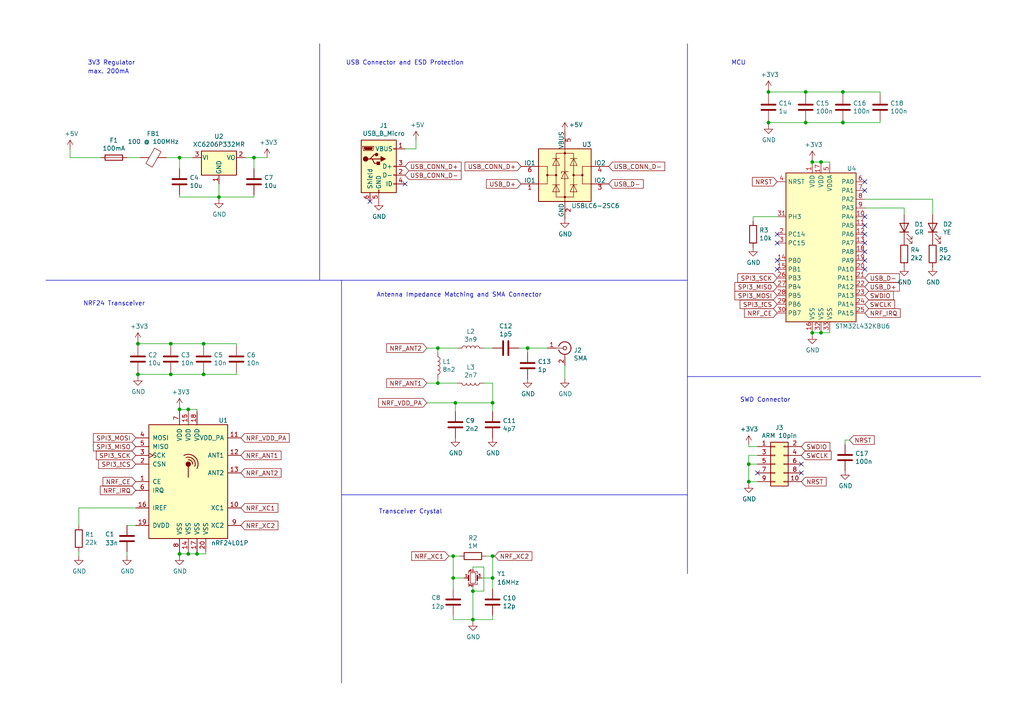
<source format=kicad_sch>
(kicad_sch (version 20230121) (generator eeschema)

  (uuid 42674abc-5233-4281-8f06-21da9d1350ff)

  (paper "A4")

  (title_block
    (title "STM32RF")
    (date "2024-07-26")
    (rev "1.0")
    (company "Md Iftekharul Haque")
  )

  (lib_symbols
    (symbol "Connector:Conn_Coaxial" (pin_names (offset 1.016) hide) (in_bom yes) (on_board yes)
      (property "Reference" "J" (at 0.254 3.048 0)
        (effects (font (size 1.27 1.27)))
      )
      (property "Value" "Conn_Coaxial" (at 2.921 0 90)
        (effects (font (size 1.27 1.27)))
      )
      (property "Footprint" "" (at 0 0 0)
        (effects (font (size 1.27 1.27)) hide)
      )
      (property "Datasheet" " ~" (at 0 0 0)
        (effects (font (size 1.27 1.27)) hide)
      )
      (property "ki_keywords" "BNC SMA SMB SMC LEMO coaxial connector CINCH RCA" (at 0 0 0)
        (effects (font (size 1.27 1.27)) hide)
      )
      (property "ki_description" "coaxial connector (BNC, SMA, SMB, SMC, Cinch/RCA, LEMO, ...)" (at 0 0 0)
        (effects (font (size 1.27 1.27)) hide)
      )
      (property "ki_fp_filters" "*BNC* *SMA* *SMB* *SMC* *Cinch* *LEMO*" (at 0 0 0)
        (effects (font (size 1.27 1.27)) hide)
      )
      (symbol "Conn_Coaxial_0_1"
        (arc (start -1.778 -0.508) (mid 0.2311 -1.8066) (end 1.778 0)
          (stroke (width 0.254) (type default))
          (fill (type none))
        )
        (polyline
          (pts
            (xy -2.54 0)
            (xy -0.508 0)
          )
          (stroke (width 0) (type default))
          (fill (type none))
        )
        (polyline
          (pts
            (xy 0 -2.54)
            (xy 0 -1.778)
          )
          (stroke (width 0) (type default))
          (fill (type none))
        )
        (circle (center 0 0) (radius 0.508)
          (stroke (width 0.2032) (type default))
          (fill (type none))
        )
        (arc (start 1.778 0) (mid 0.2099 1.8101) (end -1.778 0.508)
          (stroke (width 0.254) (type default))
          (fill (type none))
        )
      )
      (symbol "Conn_Coaxial_1_1"
        (pin passive line (at -5.08 0 0) (length 2.54)
          (name "In" (effects (font (size 1.27 1.27))))
          (number "1" (effects (font (size 1.27 1.27))))
        )
        (pin passive line (at 0 -5.08 90) (length 2.54)
          (name "Ext" (effects (font (size 1.27 1.27))))
          (number "2" (effects (font (size 1.27 1.27))))
        )
      )
    )
    (symbol "Connector_Generic:Conn_02x05_Odd_Even" (pin_names (offset 1.016) hide) (in_bom yes) (on_board yes)
      (property "Reference" "J" (at 1.27 7.62 0)
        (effects (font (size 1.27 1.27)))
      )
      (property "Value" "Conn_02x05_Odd_Even" (at 1.27 -7.62 0)
        (effects (font (size 1.27 1.27)))
      )
      (property "Footprint" "" (at 0 0 0)
        (effects (font (size 1.27 1.27)) hide)
      )
      (property "Datasheet" "~" (at 0 0 0)
        (effects (font (size 1.27 1.27)) hide)
      )
      (property "ki_keywords" "connector" (at 0 0 0)
        (effects (font (size 1.27 1.27)) hide)
      )
      (property "ki_description" "Generic connector, double row, 02x05, odd/even pin numbering scheme (row 1 odd numbers, row 2 even numbers), script generated (kicad-library-utils/schlib/autogen/connector/)" (at 0 0 0)
        (effects (font (size 1.27 1.27)) hide)
      )
      (property "ki_fp_filters" "Connector*:*_2x??_*" (at 0 0 0)
        (effects (font (size 1.27 1.27)) hide)
      )
      (symbol "Conn_02x05_Odd_Even_1_1"
        (rectangle (start -1.27 -4.953) (end 0 -5.207)
          (stroke (width 0.1524) (type default))
          (fill (type none))
        )
        (rectangle (start -1.27 -2.413) (end 0 -2.667)
          (stroke (width 0.1524) (type default))
          (fill (type none))
        )
        (rectangle (start -1.27 0.127) (end 0 -0.127)
          (stroke (width 0.1524) (type default))
          (fill (type none))
        )
        (rectangle (start -1.27 2.667) (end 0 2.413)
          (stroke (width 0.1524) (type default))
          (fill (type none))
        )
        (rectangle (start -1.27 5.207) (end 0 4.953)
          (stroke (width 0.1524) (type default))
          (fill (type none))
        )
        (rectangle (start -1.27 6.35) (end 3.81 -6.35)
          (stroke (width 0.254) (type default))
          (fill (type background))
        )
        (rectangle (start 3.81 -4.953) (end 2.54 -5.207)
          (stroke (width 0.1524) (type default))
          (fill (type none))
        )
        (rectangle (start 3.81 -2.413) (end 2.54 -2.667)
          (stroke (width 0.1524) (type default))
          (fill (type none))
        )
        (rectangle (start 3.81 0.127) (end 2.54 -0.127)
          (stroke (width 0.1524) (type default))
          (fill (type none))
        )
        (rectangle (start 3.81 2.667) (end 2.54 2.413)
          (stroke (width 0.1524) (type default))
          (fill (type none))
        )
        (rectangle (start 3.81 5.207) (end 2.54 4.953)
          (stroke (width 0.1524) (type default))
          (fill (type none))
        )
        (pin passive line (at -5.08 5.08 0) (length 3.81)
          (name "Pin_1" (effects (font (size 1.27 1.27))))
          (number "1" (effects (font (size 1.27 1.27))))
        )
        (pin passive line (at 7.62 -5.08 180) (length 3.81)
          (name "Pin_10" (effects (font (size 1.27 1.27))))
          (number "10" (effects (font (size 1.27 1.27))))
        )
        (pin passive line (at 7.62 5.08 180) (length 3.81)
          (name "Pin_2" (effects (font (size 1.27 1.27))))
          (number "2" (effects (font (size 1.27 1.27))))
        )
        (pin passive line (at -5.08 2.54 0) (length 3.81)
          (name "Pin_3" (effects (font (size 1.27 1.27))))
          (number "3" (effects (font (size 1.27 1.27))))
        )
        (pin passive line (at 7.62 2.54 180) (length 3.81)
          (name "Pin_4" (effects (font (size 1.27 1.27))))
          (number "4" (effects (font (size 1.27 1.27))))
        )
        (pin passive line (at -5.08 0 0) (length 3.81)
          (name "Pin_5" (effects (font (size 1.27 1.27))))
          (number "5" (effects (font (size 1.27 1.27))))
        )
        (pin passive line (at 7.62 0 180) (length 3.81)
          (name "Pin_6" (effects (font (size 1.27 1.27))))
          (number "6" (effects (font (size 1.27 1.27))))
        )
        (pin passive line (at -5.08 -2.54 0) (length 3.81)
          (name "Pin_7" (effects (font (size 1.27 1.27))))
          (number "7" (effects (font (size 1.27 1.27))))
        )
        (pin passive line (at 7.62 -2.54 180) (length 3.81)
          (name "Pin_8" (effects (font (size 1.27 1.27))))
          (number "8" (effects (font (size 1.27 1.27))))
        )
        (pin passive line (at -5.08 -5.08 0) (length 3.81)
          (name "Pin_9" (effects (font (size 1.27 1.27))))
          (number "9" (effects (font (size 1.27 1.27))))
        )
      )
    )
    (symbol "Device:C" (pin_numbers hide) (pin_names (offset 0.254)) (in_bom yes) (on_board yes)
      (property "Reference" "C" (at 0.635 2.54 0)
        (effects (font (size 1.27 1.27)) (justify left))
      )
      (property "Value" "C" (at 0.635 -2.54 0)
        (effects (font (size 1.27 1.27)) (justify left))
      )
      (property "Footprint" "" (at 0.9652 -3.81 0)
        (effects (font (size 1.27 1.27)) hide)
      )
      (property "Datasheet" "~" (at 0 0 0)
        (effects (font (size 1.27 1.27)) hide)
      )
      (property "ki_keywords" "cap capacitor" (at 0 0 0)
        (effects (font (size 1.27 1.27)) hide)
      )
      (property "ki_description" "Unpolarized capacitor" (at 0 0 0)
        (effects (font (size 1.27 1.27)) hide)
      )
      (property "ki_fp_filters" "C_*" (at 0 0 0)
        (effects (font (size 1.27 1.27)) hide)
      )
      (symbol "C_0_1"
        (polyline
          (pts
            (xy -2.032 -0.762)
            (xy 2.032 -0.762)
          )
          (stroke (width 0.508) (type default))
          (fill (type none))
        )
        (polyline
          (pts
            (xy -2.032 0.762)
            (xy 2.032 0.762)
          )
          (stroke (width 0.508) (type default))
          (fill (type none))
        )
      )
      (symbol "C_1_1"
        (pin passive line (at 0 3.81 270) (length 2.794)
          (name "~" (effects (font (size 1.27 1.27))))
          (number "1" (effects (font (size 1.27 1.27))))
        )
        (pin passive line (at 0 -3.81 90) (length 2.794)
          (name "~" (effects (font (size 1.27 1.27))))
          (number "2" (effects (font (size 1.27 1.27))))
        )
      )
    )
    (symbol "Device:Crystal_GND24_Small" (pin_names (offset 1.016) hide) (in_bom yes) (on_board yes)
      (property "Reference" "Y" (at 1.27 4.445 0)
        (effects (font (size 1.27 1.27)) (justify left))
      )
      (property "Value" "Crystal_GND24_Small" (at 1.27 2.54 0)
        (effects (font (size 1.27 1.27)) (justify left))
      )
      (property "Footprint" "" (at 0 0 0)
        (effects (font (size 1.27 1.27)) hide)
      )
      (property "Datasheet" "~" (at 0 0 0)
        (effects (font (size 1.27 1.27)) hide)
      )
      (property "ki_keywords" "quartz ceramic resonator oscillator" (at 0 0 0)
        (effects (font (size 1.27 1.27)) hide)
      )
      (property "ki_description" "Four pin crystal, GND on pins 2 and 4, small symbol" (at 0 0 0)
        (effects (font (size 1.27 1.27)) hide)
      )
      (property "ki_fp_filters" "Crystal*" (at 0 0 0)
        (effects (font (size 1.27 1.27)) hide)
      )
      (symbol "Crystal_GND24_Small_0_1"
        (rectangle (start -0.762 -1.524) (end 0.762 1.524)
          (stroke (width 0) (type default))
          (fill (type none))
        )
        (polyline
          (pts
            (xy -1.27 -0.762)
            (xy -1.27 0.762)
          )
          (stroke (width 0.381) (type default))
          (fill (type none))
        )
        (polyline
          (pts
            (xy 1.27 -0.762)
            (xy 1.27 0.762)
          )
          (stroke (width 0.381) (type default))
          (fill (type none))
        )
        (polyline
          (pts
            (xy -1.27 -1.27)
            (xy -1.27 -1.905)
            (xy 1.27 -1.905)
            (xy 1.27 -1.27)
          )
          (stroke (width 0) (type default))
          (fill (type none))
        )
        (polyline
          (pts
            (xy -1.27 1.27)
            (xy -1.27 1.905)
            (xy 1.27 1.905)
            (xy 1.27 1.27)
          )
          (stroke (width 0) (type default))
          (fill (type none))
        )
      )
      (symbol "Crystal_GND24_Small_1_1"
        (pin passive line (at -2.54 0 0) (length 1.27)
          (name "1" (effects (font (size 1.27 1.27))))
          (number "1" (effects (font (size 0.762 0.762))))
        )
        (pin passive line (at 0 -2.54 90) (length 0.635)
          (name "2" (effects (font (size 1.27 1.27))))
          (number "2" (effects (font (size 0.762 0.762))))
        )
        (pin passive line (at 2.54 0 180) (length 1.27)
          (name "3" (effects (font (size 1.27 1.27))))
          (number "3" (effects (font (size 0.762 0.762))))
        )
        (pin passive line (at 0 2.54 270) (length 0.635)
          (name "4" (effects (font (size 1.27 1.27))))
          (number "4" (effects (font (size 0.762 0.762))))
        )
      )
    )
    (symbol "Device:Fuse" (pin_numbers hide) (pin_names (offset 0)) (in_bom yes) (on_board yes)
      (property "Reference" "F" (at 2.032 0 90)
        (effects (font (size 1.27 1.27)))
      )
      (property "Value" "Fuse" (at -1.905 0 90)
        (effects (font (size 1.27 1.27)))
      )
      (property "Footprint" "" (at -1.778 0 90)
        (effects (font (size 1.27 1.27)) hide)
      )
      (property "Datasheet" "~" (at 0 0 0)
        (effects (font (size 1.27 1.27)) hide)
      )
      (property "ki_keywords" "fuse" (at 0 0 0)
        (effects (font (size 1.27 1.27)) hide)
      )
      (property "ki_description" "Fuse" (at 0 0 0)
        (effects (font (size 1.27 1.27)) hide)
      )
      (property "ki_fp_filters" "*Fuse*" (at 0 0 0)
        (effects (font (size 1.27 1.27)) hide)
      )
      (symbol "Fuse_0_1"
        (rectangle (start -0.762 -2.54) (end 0.762 2.54)
          (stroke (width 0.254) (type default))
          (fill (type none))
        )
        (polyline
          (pts
            (xy 0 2.54)
            (xy 0 -2.54)
          )
          (stroke (width 0) (type default))
          (fill (type none))
        )
      )
      (symbol "Fuse_1_1"
        (pin passive line (at 0 3.81 270) (length 1.27)
          (name "~" (effects (font (size 1.27 1.27))))
          (number "1" (effects (font (size 1.27 1.27))))
        )
        (pin passive line (at 0 -3.81 90) (length 1.27)
          (name "~" (effects (font (size 1.27 1.27))))
          (number "2" (effects (font (size 1.27 1.27))))
        )
      )
    )
    (symbol "Device:L" (pin_numbers hide) (pin_names (offset 1.016) hide) (in_bom yes) (on_board yes)
      (property "Reference" "L" (at -1.27 0 90)
        (effects (font (size 1.27 1.27)))
      )
      (property "Value" "L" (at 1.905 0 90)
        (effects (font (size 1.27 1.27)))
      )
      (property "Footprint" "" (at 0 0 0)
        (effects (font (size 1.27 1.27)) hide)
      )
      (property "Datasheet" "~" (at 0 0 0)
        (effects (font (size 1.27 1.27)) hide)
      )
      (property "ki_keywords" "inductor choke coil reactor magnetic" (at 0 0 0)
        (effects (font (size 1.27 1.27)) hide)
      )
      (property "ki_description" "Inductor" (at 0 0 0)
        (effects (font (size 1.27 1.27)) hide)
      )
      (property "ki_fp_filters" "Choke_* *Coil* Inductor_* L_*" (at 0 0 0)
        (effects (font (size 1.27 1.27)) hide)
      )
      (symbol "L_0_1"
        (arc (start 0 -2.54) (mid 0.6323 -1.905) (end 0 -1.27)
          (stroke (width 0) (type default))
          (fill (type none))
        )
        (arc (start 0 -1.27) (mid 0.6323 -0.635) (end 0 0)
          (stroke (width 0) (type default))
          (fill (type none))
        )
        (arc (start 0 0) (mid 0.6323 0.635) (end 0 1.27)
          (stroke (width 0) (type default))
          (fill (type none))
        )
        (arc (start 0 1.27) (mid 0.6323 1.905) (end 0 2.54)
          (stroke (width 0) (type default))
          (fill (type none))
        )
      )
      (symbol "L_1_1"
        (pin passive line (at 0 3.81 270) (length 1.27)
          (name "1" (effects (font (size 1.27 1.27))))
          (number "1" (effects (font (size 1.27 1.27))))
        )
        (pin passive line (at 0 -3.81 90) (length 1.27)
          (name "2" (effects (font (size 1.27 1.27))))
          (number "2" (effects (font (size 1.27 1.27))))
        )
      )
    )
    (symbol "Device:LED" (pin_numbers hide) (pin_names (offset 1.016) hide) (in_bom yes) (on_board yes)
      (property "Reference" "D" (at 0 2.54 0)
        (effects (font (size 1.27 1.27)))
      )
      (property "Value" "LED" (at 0 -2.54 0)
        (effects (font (size 1.27 1.27)))
      )
      (property "Footprint" "" (at 0 0 0)
        (effects (font (size 1.27 1.27)) hide)
      )
      (property "Datasheet" "~" (at 0 0 0)
        (effects (font (size 1.27 1.27)) hide)
      )
      (property "ki_keywords" "LED diode" (at 0 0 0)
        (effects (font (size 1.27 1.27)) hide)
      )
      (property "ki_description" "Light emitting diode" (at 0 0 0)
        (effects (font (size 1.27 1.27)) hide)
      )
      (property "ki_fp_filters" "LED* LED_SMD:* LED_THT:*" (at 0 0 0)
        (effects (font (size 1.27 1.27)) hide)
      )
      (symbol "LED_0_1"
        (polyline
          (pts
            (xy -1.27 -1.27)
            (xy -1.27 1.27)
          )
          (stroke (width 0.254) (type default))
          (fill (type none))
        )
        (polyline
          (pts
            (xy -1.27 0)
            (xy 1.27 0)
          )
          (stroke (width 0) (type default))
          (fill (type none))
        )
        (polyline
          (pts
            (xy 1.27 -1.27)
            (xy 1.27 1.27)
            (xy -1.27 0)
            (xy 1.27 -1.27)
          )
          (stroke (width 0.254) (type default))
          (fill (type none))
        )
        (polyline
          (pts
            (xy -3.048 -0.762)
            (xy -4.572 -2.286)
            (xy -3.81 -2.286)
            (xy -4.572 -2.286)
            (xy -4.572 -1.524)
          )
          (stroke (width 0) (type default))
          (fill (type none))
        )
        (polyline
          (pts
            (xy -1.778 -0.762)
            (xy -3.302 -2.286)
            (xy -2.54 -2.286)
            (xy -3.302 -2.286)
            (xy -3.302 -1.524)
          )
          (stroke (width 0) (type default))
          (fill (type none))
        )
      )
      (symbol "LED_1_1"
        (pin passive line (at -3.81 0 0) (length 2.54)
          (name "K" (effects (font (size 1.27 1.27))))
          (number "1" (effects (font (size 1.27 1.27))))
        )
        (pin passive line (at 3.81 0 180) (length 2.54)
          (name "A" (effects (font (size 1.27 1.27))))
          (number "2" (effects (font (size 1.27 1.27))))
        )
      )
    )
    (symbol "Device:R" (pin_numbers hide) (pin_names (offset 0)) (in_bom yes) (on_board yes)
      (property "Reference" "R" (at 2.032 0 90)
        (effects (font (size 1.27 1.27)))
      )
      (property "Value" "R" (at 0 0 90)
        (effects (font (size 1.27 1.27)))
      )
      (property "Footprint" "" (at -1.778 0 90)
        (effects (font (size 1.27 1.27)) hide)
      )
      (property "Datasheet" "~" (at 0 0 0)
        (effects (font (size 1.27 1.27)) hide)
      )
      (property "ki_keywords" "R res resistor" (at 0 0 0)
        (effects (font (size 1.27 1.27)) hide)
      )
      (property "ki_description" "Resistor" (at 0 0 0)
        (effects (font (size 1.27 1.27)) hide)
      )
      (property "ki_fp_filters" "R_*" (at 0 0 0)
        (effects (font (size 1.27 1.27)) hide)
      )
      (symbol "R_0_1"
        (rectangle (start -1.016 -2.54) (end 1.016 2.54)
          (stroke (width 0.254) (type default))
          (fill (type none))
        )
      )
      (symbol "R_1_1"
        (pin passive line (at 0 3.81 270) (length 1.27)
          (name "~" (effects (font (size 1.27 1.27))))
          (number "1" (effects (font (size 1.27 1.27))))
        )
        (pin passive line (at 0 -3.81 90) (length 1.27)
          (name "~" (effects (font (size 1.27 1.27))))
          (number "2" (effects (font (size 1.27 1.27))))
        )
      )
    )
    (symbol "RF:nRF24L01P" (pin_names (offset 1.016)) (in_bom yes) (on_board yes)
      (property "Reference" "U" (at -11.43 17.78 0)
        (effects (font (size 1.27 1.27)) (justify left))
      )
      (property "Value" "nRF24L01P" (at 5.08 17.78 0)
        (effects (font (size 1.27 1.27)) (justify left))
      )
      (property "Footprint" "Package_DFN_QFN:QFN-20-1EP_4x4mm_P0.5mm_EP2.5x2.5mm" (at 5.08 20.32 0)
        (effects (font (size 1.27 1.27) italic) (justify left) hide)
      )
      (property "Datasheet" "http://www.nordicsemi.com/eng/content/download/2726/34069/file/nRF24L01P_Product_Specification_1_0.pdf" (at 0 2.54 0)
        (effects (font (size 1.27 1.27)) hide)
      )
      (property "ki_keywords" "Low Power RF Transceiver" (at 0 0 0)
        (effects (font (size 1.27 1.27)) hide)
      )
      (property "ki_description" "nRF24L01+, Ultra low power 2.4GHz RF Transceiver, QFN20 4x4mm" (at 0 0 0)
        (effects (font (size 1.27 1.27)) hide)
      )
      (property "ki_fp_filters" "QFN*4x4*0.5mm*" (at 0 0 0)
        (effects (font (size 1.27 1.27)) hide)
      )
      (symbol "nRF24L01P_0_1"
        (rectangle (start -11.43 16.51) (end 11.43 -16.51)
          (stroke (width 0.254) (type default))
          (fill (type background))
        )
        (polyline
          (pts
            (xy 0 4.445)
            (xy 0 1.27)
          )
          (stroke (width 0.254) (type default))
          (fill (type none))
        )
        (circle (center 0 5.08) (radius 0.635)
          (stroke (width 0.254) (type default))
          (fill (type outline))
        )
        (arc (start 1.27 5.08) (mid 0.9071 5.9946) (end 0 6.35)
          (stroke (width 0.254) (type default))
          (fill (type none))
        )
        (arc (start 1.905 4.445) (mid 1.4313 6.5254) (end -0.635 6.985)
          (stroke (width 0.254) (type default))
          (fill (type none))
        )
        (arc (start 2.54 3.81) (mid 2.008 7.088) (end -1.27 7.62)
          (stroke (width 0.254) (type default))
          (fill (type none))
        )
        (rectangle (start 11.43 -13.97) (end 11.43 -13.97)
          (stroke (width 0) (type default))
          (fill (type none))
        )
      )
      (symbol "nRF24L01P_1_1"
        (pin input line (at -15.24 0 0) (length 3.81)
          (name "CE" (effects (font (size 1.27 1.27))))
          (number "1" (effects (font (size 1.27 1.27))))
        )
        (pin passive line (at 15.24 -7.62 180) (length 3.81)
          (name "XC1" (effects (font (size 1.27 1.27))))
          (number "10" (effects (font (size 1.27 1.27))))
        )
        (pin power_out line (at 15.24 12.7 180) (length 3.81)
          (name "VDD_PA" (effects (font (size 1.27 1.27))))
          (number "11" (effects (font (size 1.27 1.27))))
        )
        (pin passive line (at 15.24 7.62 180) (length 3.81)
          (name "ANT1" (effects (font (size 1.27 1.27))))
          (number "12" (effects (font (size 1.27 1.27))))
        )
        (pin passive line (at 15.24 2.54 180) (length 3.81)
          (name "ANT2" (effects (font (size 1.27 1.27))))
          (number "13" (effects (font (size 1.27 1.27))))
        )
        (pin power_in line (at 0 -20.32 90) (length 3.81)
          (name "VSS" (effects (font (size 1.27 1.27))))
          (number "14" (effects (font (size 1.27 1.27))))
        )
        (pin power_in line (at 0 20.32 270) (length 3.81)
          (name "VDD" (effects (font (size 1.27 1.27))))
          (number "15" (effects (font (size 1.27 1.27))))
        )
        (pin passive line (at -15.24 -7.62 0) (length 3.81)
          (name "IREF" (effects (font (size 1.27 1.27))))
          (number "16" (effects (font (size 1.27 1.27))))
        )
        (pin power_in line (at 2.54 -20.32 90) (length 3.81)
          (name "VSS" (effects (font (size 1.27 1.27))))
          (number "17" (effects (font (size 1.27 1.27))))
        )
        (pin power_in line (at 2.54 20.32 270) (length 3.81)
          (name "VDD" (effects (font (size 1.27 1.27))))
          (number "18" (effects (font (size 1.27 1.27))))
        )
        (pin power_out line (at -15.24 -12.7 0) (length 3.81)
          (name "DVDD" (effects (font (size 1.27 1.27))))
          (number "19" (effects (font (size 1.27 1.27))))
        )
        (pin input line (at -15.24 5.08 0) (length 3.81)
          (name "CSN" (effects (font (size 1.27 1.27))))
          (number "2" (effects (font (size 1.27 1.27))))
        )
        (pin power_in line (at 5.08 -20.32 90) (length 3.81)
          (name "VSS" (effects (font (size 1.27 1.27))))
          (number "20" (effects (font (size 1.27 1.27))))
        )
        (pin input clock (at -15.24 7.62 0) (length 3.81)
          (name "SCK" (effects (font (size 1.27 1.27))))
          (number "3" (effects (font (size 1.27 1.27))))
        )
        (pin input line (at -15.24 12.7 0) (length 3.81)
          (name "MOSI" (effects (font (size 1.27 1.27))))
          (number "4" (effects (font (size 1.27 1.27))))
        )
        (pin output line (at -15.24 10.16 0) (length 3.81)
          (name "MISO" (effects (font (size 1.27 1.27))))
          (number "5" (effects (font (size 1.27 1.27))))
        )
        (pin output line (at -15.24 -2.54 0) (length 3.81)
          (name "IRQ" (effects (font (size 1.27 1.27))))
          (number "6" (effects (font (size 1.27 1.27))))
        )
        (pin power_in line (at -2.54 20.32 270) (length 3.81)
          (name "VDD" (effects (font (size 1.27 1.27))))
          (number "7" (effects (font (size 1.27 1.27))))
        )
        (pin power_in line (at -2.54 -20.32 90) (length 3.81)
          (name "VSS" (effects (font (size 1.27 1.27))))
          (number "8" (effects (font (size 1.27 1.27))))
        )
        (pin passive line (at 15.24 -12.7 180) (length 3.81)
          (name "XC2" (effects (font (size 1.27 1.27))))
          (number "9" (effects (font (size 1.27 1.27))))
        )
      )
    )
    (symbol "Regulator_Linear:XC6206PxxxMR" (pin_names (offset 0.254)) (in_bom yes) (on_board yes)
      (property "Reference" "U" (at -3.81 3.175 0)
        (effects (font (size 1.27 1.27)))
      )
      (property "Value" "XC6206PxxxMR" (at 0 3.175 0)
        (effects (font (size 1.27 1.27)) (justify left))
      )
      (property "Footprint" "Package_TO_SOT_SMD:SOT-23-3" (at 0 5.715 0)
        (effects (font (size 1.27 1.27) italic) hide)
      )
      (property "Datasheet" "https://www.torexsemi.com/file/xc6206/XC6206.pdf" (at 0 0 0)
        (effects (font (size 1.27 1.27)) hide)
      )
      (property "ki_keywords" "Torex LDO Voltage Regulator Fixed Positive" (at 0 0 0)
        (effects (font (size 1.27 1.27)) hide)
      )
      (property "ki_description" "Positive 60-250mA Low Dropout Regulator, Fixed Output, SOT-23" (at 0 0 0)
        (effects (font (size 1.27 1.27)) hide)
      )
      (property "ki_fp_filters" "SOT?23?3*" (at 0 0 0)
        (effects (font (size 1.27 1.27)) hide)
      )
      (symbol "XC6206PxxxMR_0_1"
        (rectangle (start -5.08 1.905) (end 5.08 -5.08)
          (stroke (width 0.254) (type default))
          (fill (type background))
        )
      )
      (symbol "XC6206PxxxMR_1_1"
        (pin power_in line (at 0 -7.62 90) (length 2.54)
          (name "GND" (effects (font (size 1.27 1.27))))
          (number "1" (effects (font (size 1.27 1.27))))
        )
        (pin power_out line (at 7.62 0 180) (length 2.54)
          (name "VO" (effects (font (size 1.27 1.27))))
          (number "2" (effects (font (size 1.27 1.27))))
        )
        (pin power_in line (at -7.62 0 0) (length 2.54)
          (name "VI" (effects (font (size 1.27 1.27))))
          (number "3" (effects (font (size 1.27 1.27))))
        )
      )
    )
    (symbol "STRF-rescue:Ferrite_Bead-Device" (pin_numbers hide) (pin_names (offset 0)) (in_bom yes) (on_board yes)
      (property "Reference" "FB" (at -3.81 0.635 90)
        (effects (font (size 1.27 1.27)))
      )
      (property "Value" "Device_Ferrite_Bead" (at 3.81 0 90)
        (effects (font (size 1.27 1.27)))
      )
      (property "Footprint" "" (at -1.778 0 90)
        (effects (font (size 1.27 1.27)) hide)
      )
      (property "Datasheet" "" (at 0 0 0)
        (effects (font (size 1.27 1.27)) hide)
      )
      (property "ki_fp_filters" "Inductor_* L_* *Ferrite*" (at 0 0 0)
        (effects (font (size 1.27 1.27)) hide)
      )
      (symbol "Ferrite_Bead-Device_0_1"
        (polyline
          (pts
            (xy 0 -1.27)
            (xy 0 -1.2192)
          )
          (stroke (width 0) (type solid))
          (fill (type none))
        )
        (polyline
          (pts
            (xy 0 1.27)
            (xy 0 1.2954)
          )
          (stroke (width 0) (type solid))
          (fill (type none))
        )
        (polyline
          (pts
            (xy -2.7686 0.4064)
            (xy -1.7018 2.2606)
            (xy 2.7686 -0.3048)
            (xy 1.6764 -2.159)
            (xy -2.7686 0.4064)
          )
          (stroke (width 0) (type solid))
          (fill (type none))
        )
      )
      (symbol "Ferrite_Bead-Device_1_1"
        (pin passive line (at 0 3.81 270) (length 2.54)
          (name "~" (effects (font (size 1.27 1.27))))
          (number "1" (effects (font (size 1.27 1.27))))
        )
        (pin passive line (at 0 -3.81 90) (length 2.54)
          (name "~" (effects (font (size 1.27 1.27))))
          (number "2" (effects (font (size 1.27 1.27))))
        )
      )
    )
    (symbol "STRF-rescue:STM32L432KBUx-MCU_ST_STM32L4" (in_bom yes) (on_board yes)
      (property "Reference" "U" (at -10.16 21.59 0)
        (effects (font (size 1.27 1.27)) (justify left))
      )
      (property "Value" "MCU_ST_STM32L4_STM32L432KBUx" (at 5.08 21.59 0)
        (effects (font (size 1.27 1.27)) (justify left))
      )
      (property "Footprint" "Package_DFN_QFN:QFN-32-1EP_5x5mm_P0.5mm_EP3.45x3.45mm" (at -10.16 -22.86 0)
        (effects (font (size 1.27 1.27)) (justify right) hide)
      )
      (property "Datasheet" "" (at 0 0 0)
        (effects (font (size 1.27 1.27)) hide)
      )
      (property "ki_fp_filters" "QFN*1EP*5x5mm*P0.5mm*" (at 0 0 0)
        (effects (font (size 1.27 1.27)) hide)
      )
      (symbol "STM32L432KBUx-MCU_ST_STM32L4_0_1"
        (rectangle (start -10.16 -22.86) (end 10.16 20.32)
          (stroke (width 0.254) (type solid))
          (fill (type background))
        )
      )
      (symbol "STM32L432KBUx-MCU_ST_STM32L4_1_1"
        (pin power_in line (at -2.54 22.86 270) (length 2.54)
          (name "VDD" (effects (font (size 1.27 1.27))))
          (number "1" (effects (font (size 1.27 1.27))))
        )
        (pin bidirectional line (at 12.7 7.62 180) (length 2.54)
          (name "PA4" (effects (font (size 1.27 1.27))))
          (number "10" (effects (font (size 1.27 1.27))))
        )
        (pin bidirectional line (at 12.7 5.08 180) (length 2.54)
          (name "PA5" (effects (font (size 1.27 1.27))))
          (number "11" (effects (font (size 1.27 1.27))))
        )
        (pin bidirectional line (at 12.7 2.54 180) (length 2.54)
          (name "PA6" (effects (font (size 1.27 1.27))))
          (number "12" (effects (font (size 1.27 1.27))))
        )
        (pin bidirectional line (at 12.7 0 180) (length 2.54)
          (name "PA7" (effects (font (size 1.27 1.27))))
          (number "13" (effects (font (size 1.27 1.27))))
        )
        (pin bidirectional line (at -12.7 -5.08 0) (length 2.54)
          (name "PB0" (effects (font (size 1.27 1.27))))
          (number "14" (effects (font (size 1.27 1.27))))
        )
        (pin bidirectional line (at -12.7 -7.62 0) (length 2.54)
          (name "PB1" (effects (font (size 1.27 1.27))))
          (number "15" (effects (font (size 1.27 1.27))))
        )
        (pin power_in line (at -2.54 -25.4 90) (length 2.54)
          (name "VSS" (effects (font (size 1.27 1.27))))
          (number "16" (effects (font (size 1.27 1.27))))
        )
        (pin power_in line (at 0 22.86 270) (length 2.54)
          (name "VDD" (effects (font (size 1.27 1.27))))
          (number "17" (effects (font (size 1.27 1.27))))
        )
        (pin bidirectional line (at 12.7 -2.54 180) (length 2.54)
          (name "PA8" (effects (font (size 1.27 1.27))))
          (number "18" (effects (font (size 1.27 1.27))))
        )
        (pin bidirectional line (at 12.7 -5.08 180) (length 2.54)
          (name "PA9" (effects (font (size 1.27 1.27))))
          (number "19" (effects (font (size 1.27 1.27))))
        )
        (pin bidirectional line (at -12.7 2.54 0) (length 2.54)
          (name "PC14" (effects (font (size 1.27 1.27))))
          (number "2" (effects (font (size 1.27 1.27))))
        )
        (pin bidirectional line (at 12.7 -7.62 180) (length 2.54)
          (name "PA10" (effects (font (size 1.27 1.27))))
          (number "20" (effects (font (size 1.27 1.27))))
        )
        (pin bidirectional line (at 12.7 -10.16 180) (length 2.54)
          (name "PA11" (effects (font (size 1.27 1.27))))
          (number "21" (effects (font (size 1.27 1.27))))
        )
        (pin bidirectional line (at 12.7 -12.7 180) (length 2.54)
          (name "PA12" (effects (font (size 1.27 1.27))))
          (number "22" (effects (font (size 1.27 1.27))))
        )
        (pin bidirectional line (at 12.7 -15.24 180) (length 2.54)
          (name "PA13" (effects (font (size 1.27 1.27))))
          (number "23" (effects (font (size 1.27 1.27))))
        )
        (pin bidirectional line (at 12.7 -17.78 180) (length 2.54)
          (name "PA14" (effects (font (size 1.27 1.27))))
          (number "24" (effects (font (size 1.27 1.27))))
        )
        (pin bidirectional line (at 12.7 -20.32 180) (length 2.54)
          (name "PA15" (effects (font (size 1.27 1.27))))
          (number "25" (effects (font (size 1.27 1.27))))
        )
        (pin bidirectional line (at -12.7 -10.16 0) (length 2.54)
          (name "PB3" (effects (font (size 1.27 1.27))))
          (number "26" (effects (font (size 1.27 1.27))))
        )
        (pin bidirectional line (at -12.7 -12.7 0) (length 2.54)
          (name "PB4" (effects (font (size 1.27 1.27))))
          (number "27" (effects (font (size 1.27 1.27))))
        )
        (pin bidirectional line (at -12.7 -15.24 0) (length 2.54)
          (name "PB5" (effects (font (size 1.27 1.27))))
          (number "28" (effects (font (size 1.27 1.27))))
        )
        (pin bidirectional line (at -12.7 -17.78 0) (length 2.54)
          (name "PB6" (effects (font (size 1.27 1.27))))
          (number "29" (effects (font (size 1.27 1.27))))
        )
        (pin bidirectional line (at -12.7 0 0) (length 2.54)
          (name "PC15" (effects (font (size 1.27 1.27))))
          (number "3" (effects (font (size 1.27 1.27))))
        )
        (pin bidirectional line (at -12.7 -20.32 0) (length 2.54)
          (name "PB7" (effects (font (size 1.27 1.27))))
          (number "30" (effects (font (size 1.27 1.27))))
        )
        (pin bidirectional line (at -12.7 7.62 0) (length 2.54)
          (name "PH3" (effects (font (size 1.27 1.27))))
          (number "31" (effects (font (size 1.27 1.27))))
        )
        (pin power_in line (at 0 -25.4 90) (length 2.54)
          (name "VSS" (effects (font (size 1.27 1.27))))
          (number "32" (effects (font (size 1.27 1.27))))
        )
        (pin power_in line (at 2.54 -25.4 90) (length 2.54)
          (name "VSS" (effects (font (size 1.27 1.27))))
          (number "33" (effects (font (size 1.27 1.27))))
        )
        (pin input line (at -12.7 17.78 0) (length 2.54)
          (name "NRST" (effects (font (size 1.27 1.27))))
          (number "4" (effects (font (size 1.27 1.27))))
        )
        (pin power_in line (at 2.54 22.86 270) (length 2.54)
          (name "VDDA" (effects (font (size 1.27 1.27))))
          (number "5" (effects (font (size 1.27 1.27))))
        )
        (pin bidirectional line (at 12.7 17.78 180) (length 2.54)
          (name "PA0" (effects (font (size 1.27 1.27))))
          (number "6" (effects (font (size 1.27 1.27))))
        )
        (pin bidirectional line (at 12.7 15.24 180) (length 2.54)
          (name "PA1" (effects (font (size 1.27 1.27))))
          (number "7" (effects (font (size 1.27 1.27))))
        )
        (pin bidirectional line (at 12.7 12.7 180) (length 2.54)
          (name "PA2" (effects (font (size 1.27 1.27))))
          (number "8" (effects (font (size 1.27 1.27))))
        )
        (pin bidirectional line (at 12.7 10.16 180) (length 2.54)
          (name "PA3" (effects (font (size 1.27 1.27))))
          (number "9" (effects (font (size 1.27 1.27))))
        )
      )
    )
    (symbol "STRF-rescue:USBLC6-2SC6-Power_Protection" (pin_names (offset 0)) (in_bom yes) (on_board yes)
      (property "Reference" "U" (at 5.08 8.89 0)
        (effects (font (size 1.27 1.27)))
      )
      (property "Value" "Power_Protection_USBLC6-2SC6" (at 10.16 -10.16 0)
        (effects (font (size 1.27 1.27)))
      )
      (property "Footprint" "Package_TO_SOT_SMD:SOT-23-6" (at -19.05 10.16 0)
        (effects (font (size 1.27 1.27)) hide)
      )
      (property "Datasheet" "" (at 5.08 8.89 0)
        (effects (font (size 1.27 1.27)) hide)
      )
      (property "ki_fp_filters" "SOT?23*" (at 0 0 0)
        (effects (font (size 1.27 1.27)) hide)
      )
      (symbol "USBLC6-2SC6-Power_Protection_0_1"
        (rectangle (start -7.62 -7.62) (end 7.62 7.62)
          (stroke (width 0.254) (type solid))
          (fill (type background))
        )
        (circle (center -5.08 0) (radius 0.254)
          (stroke (width 0) (type solid))
          (fill (type outline))
        )
        (circle (center -2.54 0) (radius 0.254)
          (stroke (width 0) (type solid))
          (fill (type outline))
        )
        (rectangle (start -2.54 6.35) (end 2.54 -6.35)
          (stroke (width 0) (type solid))
          (fill (type none))
        )
        (circle (center 0 -6.35) (radius 0.254)
          (stroke (width 0) (type solid))
          (fill (type outline))
        )
        (polyline
          (pts
            (xy -5.08 -2.54)
            (xy -7.62 -2.54)
          )
          (stroke (width 0) (type solid))
          (fill (type none))
        )
        (polyline
          (pts
            (xy -5.08 0)
            (xy -5.08 -2.54)
          )
          (stroke (width 0) (type solid))
          (fill (type none))
        )
        (polyline
          (pts
            (xy -5.08 2.54)
            (xy -7.62 2.54)
          )
          (stroke (width 0) (type solid))
          (fill (type none))
        )
        (polyline
          (pts
            (xy -1.524 -2.794)
            (xy -3.556 -2.794)
          )
          (stroke (width 0) (type solid))
          (fill (type none))
        )
        (polyline
          (pts
            (xy -1.524 4.826)
            (xy -3.556 4.826)
          )
          (stroke (width 0) (type solid))
          (fill (type none))
        )
        (polyline
          (pts
            (xy 0 -7.62)
            (xy 0 -6.35)
          )
          (stroke (width 0) (type solid))
          (fill (type none))
        )
        (polyline
          (pts
            (xy 0 -6.35)
            (xy 0 1.27)
          )
          (stroke (width 0) (type solid))
          (fill (type none))
        )
        (polyline
          (pts
            (xy 0 1.27)
            (xy 0 6.35)
          )
          (stroke (width 0) (type solid))
          (fill (type none))
        )
        (polyline
          (pts
            (xy 0 6.35)
            (xy 0 7.62)
          )
          (stroke (width 0) (type solid))
          (fill (type none))
        )
        (polyline
          (pts
            (xy 1.524 -2.794)
            (xy 3.556 -2.794)
          )
          (stroke (width 0) (type solid))
          (fill (type none))
        )
        (polyline
          (pts
            (xy 1.524 4.826)
            (xy 3.556 4.826)
          )
          (stroke (width 0) (type solid))
          (fill (type none))
        )
        (polyline
          (pts
            (xy 5.08 -2.54)
            (xy 7.62 -2.54)
          )
          (stroke (width 0) (type solid))
          (fill (type none))
        )
        (polyline
          (pts
            (xy 5.08 0)
            (xy 5.08 -2.54)
          )
          (stroke (width 0) (type solid))
          (fill (type none))
        )
        (polyline
          (pts
            (xy 5.08 2.54)
            (xy 7.62 2.54)
          )
          (stroke (width 0) (type solid))
          (fill (type none))
        )
        (polyline
          (pts
            (xy -2.54 0)
            (xy -5.08 0)
            (xy -5.08 2.54)
          )
          (stroke (width 0) (type solid))
          (fill (type none))
        )
        (polyline
          (pts
            (xy 2.54 0)
            (xy 5.08 0)
            (xy 5.08 2.54)
          )
          (stroke (width 0) (type solid))
          (fill (type none))
        )
        (polyline
          (pts
            (xy -3.556 -4.826)
            (xy -1.524 -4.826)
            (xy -2.54 -2.794)
            (xy -3.556 -4.826)
          )
          (stroke (width 0) (type solid))
          (fill (type none))
        )
        (polyline
          (pts
            (xy -3.556 2.794)
            (xy -1.524 2.794)
            (xy -2.54 4.826)
            (xy -3.556 2.794)
          )
          (stroke (width 0) (type solid))
          (fill (type none))
        )
        (polyline
          (pts
            (xy -1.016 -1.016)
            (xy 1.016 -1.016)
            (xy 0 1.016)
            (xy -1.016 -1.016)
          )
          (stroke (width 0) (type solid))
          (fill (type none))
        )
        (polyline
          (pts
            (xy 1.016 1.016)
            (xy 0.762 1.016)
            (xy -1.016 1.016)
            (xy -1.016 0.508)
          )
          (stroke (width 0) (type solid))
          (fill (type none))
        )
        (polyline
          (pts
            (xy 3.556 -4.826)
            (xy 1.524 -4.826)
            (xy 2.54 -2.794)
            (xy 3.556 -4.826)
          )
          (stroke (width 0) (type solid))
          (fill (type none))
        )
        (polyline
          (pts
            (xy 3.556 2.794)
            (xy 1.524 2.794)
            (xy 2.54 4.826)
            (xy 3.556 2.794)
          )
          (stroke (width 0) (type solid))
          (fill (type none))
        )
        (circle (center 0 6.35) (radius 0.254)
          (stroke (width 0) (type solid))
          (fill (type outline))
        )
        (circle (center 2.54 0) (radius 0.254)
          (stroke (width 0) (type solid))
          (fill (type outline))
        )
        (circle (center 5.08 0) (radius 0.254)
          (stroke (width 0) (type solid))
          (fill (type outline))
        )
      )
      (symbol "USBLC6-2SC6-Power_Protection_1_1"
        (pin passive line (at -12.7 -2.54 0) (length 5.08)
          (name "IO1" (effects (font (size 1.27 1.27))))
          (number "1" (effects (font (size 1.27 1.27))))
        )
        (pin passive line (at 0 -12.7 90) (length 5.08)
          (name "GND" (effects (font (size 1.27 1.27))))
          (number "2" (effects (font (size 1.27 1.27))))
        )
        (pin passive line (at 12.7 -2.54 180) (length 5.08)
          (name "IO2" (effects (font (size 1.27 1.27))))
          (number "3" (effects (font (size 1.27 1.27))))
        )
        (pin passive line (at 12.7 2.54 180) (length 5.08)
          (name "IO2" (effects (font (size 1.27 1.27))))
          (number "4" (effects (font (size 1.27 1.27))))
        )
        (pin passive line (at 0 12.7 270) (length 5.08)
          (name "VBUS" (effects (font (size 1.27 1.27))))
          (number "5" (effects (font (size 1.27 1.27))))
        )
        (pin passive line (at -12.7 2.54 0) (length 5.08)
          (name "IO1" (effects (font (size 1.27 1.27))))
          (number "6" (effects (font (size 1.27 1.27))))
        )
      )
    )
    (symbol "STRF-rescue:USB_B_Micro-Connector" (pin_names (offset 1.016)) (in_bom yes) (on_board yes)
      (property "Reference" "J" (at -5.08 11.43 0)
        (effects (font (size 1.27 1.27)) (justify left))
      )
      (property "Value" "Connector_USB_B_Micro" (at -5.08 8.89 0)
        (effects (font (size 1.27 1.27)) (justify left))
      )
      (property "Footprint" "" (at 3.81 -1.27 0)
        (effects (font (size 1.27 1.27)) hide)
      )
      (property "Datasheet" "" (at 3.81 -1.27 0)
        (effects (font (size 1.27 1.27)) hide)
      )
      (property "ki_fp_filters" "USB*" (at 0 0 0)
        (effects (font (size 1.27 1.27)) hide)
      )
      (symbol "USB_B_Micro-Connector_0_1"
        (rectangle (start -5.08 -7.62) (end 5.08 7.62)
          (stroke (width 0.254) (type solid))
          (fill (type background))
        )
        (circle (center -3.81 2.159) (radius 0.635)
          (stroke (width 0.254) (type solid))
          (fill (type outline))
        )
        (circle (center -0.635 3.429) (radius 0.381)
          (stroke (width 0.254) (type solid))
          (fill (type outline))
        )
        (rectangle (start -0.127 -7.62) (end 0.127 -6.858)
          (stroke (width 0) (type solid))
          (fill (type none))
        )
        (polyline
          (pts
            (xy -1.905 2.159)
            (xy 0.635 2.159)
          )
          (stroke (width 0.254) (type solid))
          (fill (type none))
        )
        (polyline
          (pts
            (xy -3.175 2.159)
            (xy -2.54 2.159)
            (xy -1.27 3.429)
            (xy -0.635 3.429)
          )
          (stroke (width 0.254) (type solid))
          (fill (type none))
        )
        (polyline
          (pts
            (xy -2.54 2.159)
            (xy -1.905 2.159)
            (xy -1.27 0.889)
            (xy 0 0.889)
          )
          (stroke (width 0.254) (type solid))
          (fill (type none))
        )
        (polyline
          (pts
            (xy 0.635 2.794)
            (xy 0.635 1.524)
            (xy 1.905 2.159)
            (xy 0.635 2.794)
          )
          (stroke (width 0.254) (type solid))
          (fill (type outline))
        )
        (polyline
          (pts
            (xy -4.318 5.588)
            (xy -1.778 5.588)
            (xy -2.032 4.826)
            (xy -4.064 4.826)
            (xy -4.318 5.588)
          )
          (stroke (width 0) (type solid))
          (fill (type outline))
        )
        (polyline
          (pts
            (xy -4.699 5.842)
            (xy -4.699 5.588)
            (xy -4.445 4.826)
            (xy -4.445 4.572)
            (xy -1.651 4.572)
            (xy -1.651 4.826)
            (xy -1.397 5.588)
            (xy -1.397 5.842)
            (xy -4.699 5.842)
          )
          (stroke (width 0) (type solid))
          (fill (type none))
        )
        (rectangle (start 0.254 1.27) (end -0.508 0.508)
          (stroke (width 0.254) (type solid))
          (fill (type outline))
        )
        (rectangle (start 5.08 -5.207) (end 4.318 -4.953)
          (stroke (width 0) (type solid))
          (fill (type none))
        )
        (rectangle (start 5.08 -2.667) (end 4.318 -2.413)
          (stroke (width 0) (type solid))
          (fill (type none))
        )
        (rectangle (start 5.08 -0.127) (end 4.318 0.127)
          (stroke (width 0) (type solid))
          (fill (type none))
        )
        (rectangle (start 5.08 4.953) (end 4.318 5.207)
          (stroke (width 0) (type solid))
          (fill (type none))
        )
      )
      (symbol "USB_B_Micro-Connector_1_1"
        (pin power_out line (at 7.62 5.08 180) (length 2.54)
          (name "VBUS" (effects (font (size 1.27 1.27))))
          (number "1" (effects (font (size 1.27 1.27))))
        )
        (pin passive line (at 7.62 -2.54 180) (length 2.54)
          (name "D-" (effects (font (size 1.27 1.27))))
          (number "2" (effects (font (size 1.27 1.27))))
        )
        (pin passive line (at 7.62 0 180) (length 2.54)
          (name "D+" (effects (font (size 1.27 1.27))))
          (number "3" (effects (font (size 1.27 1.27))))
        )
        (pin passive line (at 7.62 -5.08 180) (length 2.54)
          (name "ID" (effects (font (size 1.27 1.27))))
          (number "4" (effects (font (size 1.27 1.27))))
        )
        (pin power_out line (at 0 -10.16 90) (length 2.54)
          (name "GND" (effects (font (size 1.27 1.27))))
          (number "5" (effects (font (size 1.27 1.27))))
        )
        (pin passive line (at -2.54 -10.16 90) (length 2.54)
          (name "Shield" (effects (font (size 1.27 1.27))))
          (number "6" (effects (font (size 1.27 1.27))))
        )
      )
    )
    (symbol "power:+3V3" (power) (pin_names (offset 0)) (in_bom yes) (on_board yes)
      (property "Reference" "#PWR" (at 0 -3.81 0)
        (effects (font (size 1.27 1.27)) hide)
      )
      (property "Value" "+3V3" (at 0 3.556 0)
        (effects (font (size 1.27 1.27)))
      )
      (property "Footprint" "" (at 0 0 0)
        (effects (font (size 1.27 1.27)) hide)
      )
      (property "Datasheet" "" (at 0 0 0)
        (effects (font (size 1.27 1.27)) hide)
      )
      (property "ki_keywords" "global power" (at 0 0 0)
        (effects (font (size 1.27 1.27)) hide)
      )
      (property "ki_description" "Power symbol creates a global label with name \"+3V3\"" (at 0 0 0)
        (effects (font (size 1.27 1.27)) hide)
      )
      (symbol "+3V3_0_1"
        (polyline
          (pts
            (xy -0.762 1.27)
            (xy 0 2.54)
          )
          (stroke (width 0) (type default))
          (fill (type none))
        )
        (polyline
          (pts
            (xy 0 0)
            (xy 0 2.54)
          )
          (stroke (width 0) (type default))
          (fill (type none))
        )
        (polyline
          (pts
            (xy 0 2.54)
            (xy 0.762 1.27)
          )
          (stroke (width 0) (type default))
          (fill (type none))
        )
      )
      (symbol "+3V3_1_1"
        (pin power_in line (at 0 0 90) (length 0) hide
          (name "+3V3" (effects (font (size 1.27 1.27))))
          (number "1" (effects (font (size 1.27 1.27))))
        )
      )
    )
    (symbol "power:+5V" (power) (pin_names (offset 0)) (in_bom yes) (on_board yes)
      (property "Reference" "#PWR" (at 0 -3.81 0)
        (effects (font (size 1.27 1.27)) hide)
      )
      (property "Value" "+5V" (at 0 3.556 0)
        (effects (font (size 1.27 1.27)))
      )
      (property "Footprint" "" (at 0 0 0)
        (effects (font (size 1.27 1.27)) hide)
      )
      (property "Datasheet" "" (at 0 0 0)
        (effects (font (size 1.27 1.27)) hide)
      )
      (property "ki_keywords" "global power" (at 0 0 0)
        (effects (font (size 1.27 1.27)) hide)
      )
      (property "ki_description" "Power symbol creates a global label with name \"+5V\"" (at 0 0 0)
        (effects (font (size 1.27 1.27)) hide)
      )
      (symbol "+5V_0_1"
        (polyline
          (pts
            (xy -0.762 1.27)
            (xy 0 2.54)
          )
          (stroke (width 0) (type default))
          (fill (type none))
        )
        (polyline
          (pts
            (xy 0 0)
            (xy 0 2.54)
          )
          (stroke (width 0) (type default))
          (fill (type none))
        )
        (polyline
          (pts
            (xy 0 2.54)
            (xy 0.762 1.27)
          )
          (stroke (width 0) (type default))
          (fill (type none))
        )
      )
      (symbol "+5V_1_1"
        (pin power_in line (at 0 0 90) (length 0) hide
          (name "+5V" (effects (font (size 1.27 1.27))))
          (number "1" (effects (font (size 1.27 1.27))))
        )
      )
    )
    (symbol "power:GND" (power) (pin_names (offset 0)) (in_bom yes) (on_board yes)
      (property "Reference" "#PWR" (at 0 -6.35 0)
        (effects (font (size 1.27 1.27)) hide)
      )
      (property "Value" "GND" (at 0 -3.81 0)
        (effects (font (size 1.27 1.27)))
      )
      (property "Footprint" "" (at 0 0 0)
        (effects (font (size 1.27 1.27)) hide)
      )
      (property "Datasheet" "" (at 0 0 0)
        (effects (font (size 1.27 1.27)) hide)
      )
      (property "ki_keywords" "global power" (at 0 0 0)
        (effects (font (size 1.27 1.27)) hide)
      )
      (property "ki_description" "Power symbol creates a global label with name \"GND\" , ground" (at 0 0 0)
        (effects (font (size 1.27 1.27)) hide)
      )
      (symbol "GND_0_1"
        (polyline
          (pts
            (xy 0 0)
            (xy 0 -1.27)
            (xy 1.27 -1.27)
            (xy 0 -2.54)
            (xy -1.27 -1.27)
            (xy 0 -1.27)
          )
          (stroke (width 0) (type default))
          (fill (type none))
        )
      )
      (symbol "GND_1_1"
        (pin power_in line (at 0 0 270) (length 0) hide
          (name "GND" (effects (font (size 1.27 1.27))))
          (number "1" (effects (font (size 1.27 1.27))))
        )
      )
    )
  )

  (junction (at 142.875 116.84) (diameter 0) (color 0 0 0 0)
    (uuid 05eec690-c5dc-45b0-83f3-0a012645e8fd)
  )
  (junction (at 54.61 160.655) (diameter 0) (color 0 0 0 0)
    (uuid 071d3b45-1cc5-43b8-8eb7-3636d85ad65b)
  )
  (junction (at 63.5 57.15) (diameter 0) (color 0 0 0 0)
    (uuid 09d37fe7-4ce1-4bc2-a774-a1d9ef225204)
  )
  (junction (at 52.07 118.745) (diameter 0) (color 0 0 0 0)
    (uuid 0d7077bf-729b-4c72-85a7-a1bf481192f5)
  )
  (junction (at 217.17 134.62) (diameter 0) (color 0 0 0 0)
    (uuid 137dd577-f1fd-4646-bc1b-62bb232bb3df)
  )
  (junction (at 73.66 45.72) (diameter 0) (color 0 0 0 0)
    (uuid 2d612122-439c-42c3-a6ac-32e3c1ba1513)
  )
  (junction (at 57.15 160.655) (diameter 0) (color 0 0 0 0)
    (uuid 31d352e7-e920-4918-96c8-e0fa1dbf1643)
  )
  (junction (at 217.17 139.7) (diameter 0) (color 0 0 0 0)
    (uuid 33dfd85d-1833-455e-8e83-6e8e13465827)
  )
  (junction (at 132.08 116.84) (diameter 0) (color 0 0 0 0)
    (uuid 37abf98d-d7ed-41fe-81b7-d737371fcf85)
  )
  (junction (at 233.68 26.67) (diameter 0) (color 0 0 0 0)
    (uuid 380fa53e-6642-42c9-a01c-236210012a43)
  )
  (junction (at 137.16 179.705) (diameter 0) (color 0 0 0 0)
    (uuid 52adecf0-eab9-4091-9b42-8d1ca36bcdab)
  )
  (junction (at 235.585 96.52) (diameter 0) (color 0 0 0 0)
    (uuid 5821f05b-be55-4fc9-89c1-1b1234ea8cc2)
  )
  (junction (at 131.445 161.29) (diameter 0) (color 0 0 0 0)
    (uuid 5e7b445c-6067-4f57-9f0f-6c2448ce8e15)
  )
  (junction (at 238.125 46.99) (diameter 0) (color 0 0 0 0)
    (uuid 5f28b827-f1d4-4b18-ac5f-0c09f23347ce)
  )
  (junction (at 59.055 99.695) (diameter 0) (color 0 0 0 0)
    (uuid 5fd3cc8e-d4a6-4266-bb85-4d89f000f53e)
  )
  (junction (at 40.005 108.585) (diameter 0) (color 0 0 0 0)
    (uuid 63cbbca5-8874-4cbc-a3c4-6226e32a2470)
  )
  (junction (at 52.07 160.655) (diameter 0) (color 0 0 0 0)
    (uuid 648323b9-544f-4efa-aa65-809b2b63808a)
  )
  (junction (at 235.585 46.99) (diameter 0) (color 0 0 0 0)
    (uuid 6c60c59e-73f3-468d-b928-c6e3d5d54e5a)
  )
  (junction (at 142.875 161.29) (diameter 0) (color 0 0 0 0)
    (uuid 75d1341e-c903-4ba3-b46c-2701243c07dc)
  )
  (junction (at 131.445 167.64) (diameter 0) (color 0 0 0 0)
    (uuid 7ccbc7a9-5a25-4b5a-8adf-f67552c4311f)
  )
  (junction (at 153.035 100.965) (diameter 0) (color 0 0 0 0)
    (uuid 816870dd-664b-409e-910e-2e651c8c5f81)
  )
  (junction (at 40.005 99.695) (diameter 0) (color 0 0 0 0)
    (uuid 829392cb-c34f-41cb-bf2a-116f4bc9ee00)
  )
  (junction (at 49.53 99.695) (diameter 0) (color 0 0 0 0)
    (uuid 895c12c8-383a-424b-8c02-0d67cfae31b3)
  )
  (junction (at 54.61 118.745) (diameter 0) (color 0 0 0 0)
    (uuid 8d12d1be-4408-4f3a-994c-7e9f991e8630)
  )
  (junction (at 49.53 108.585) (diameter 0) (color 0 0 0 0)
    (uuid 9487a495-d587-47f0-a5dc-44d4f10f3c97)
  )
  (junction (at 222.885 35.56) (diameter 0) (color 0 0 0 0)
    (uuid 94c9d229-0e93-4d50-b89d-829b4ad4e946)
  )
  (junction (at 127 100.965) (diameter 0) (color 0 0 0 0)
    (uuid 9a28a875-63f0-48ef-b2a2-037e27831ced)
  )
  (junction (at 233.68 35.56) (diameter 0) (color 0 0 0 0)
    (uuid a6a21ea4-fe21-423f-ae5b-2540eb45bb2e)
  )
  (junction (at 52.07 45.72) (diameter 0) (color 0 0 0 0)
    (uuid ac56e413-882b-4159-b18c-1e640a5e8364)
  )
  (junction (at 127 111.125) (diameter 0) (color 0 0 0 0)
    (uuid af1cfa31-ffe8-4c5a-95b3-2831e8e51d8e)
  )
  (junction (at 222.885 26.67) (diameter 0) (color 0 0 0 0)
    (uuid b5ce4699-2b9d-4611-a1d5-fa5709f07de4)
  )
  (junction (at 238.125 96.52) (diameter 0) (color 0 0 0 0)
    (uuid c0a5a95f-5e37-4421-91a8-a153aadae37d)
  )
  (junction (at 244.475 26.67) (diameter 0) (color 0 0 0 0)
    (uuid c4694587-126e-49ac-812b-e45e11919917)
  )
  (junction (at 137.16 171.45) (diameter 0) (color 0 0 0 0)
    (uuid cf4846c3-90c7-4414-93ba-0ea4e61fe56f)
  )
  (junction (at 142.875 167.64) (diameter 0) (color 0 0 0 0)
    (uuid d31d3f8e-027a-49d8-bcba-433cd88fb297)
  )
  (junction (at 59.055 108.585) (diameter 0) (color 0 0 0 0)
    (uuid dbe55895-cfde-4e79-9b69-b0c0055780be)
  )
  (junction (at 244.475 35.56) (diameter 0) (color 0 0 0 0)
    (uuid fdb96561-0942-4736-a764-31eb90f2852e)
  )

  (no_connect (at 225.425 75.565) (uuid 0a42cee9-c679-459b-ba16-86ded8d73efe))
  (no_connect (at 250.825 78.105) (uuid 3a278add-791c-4109-952f-ceee0b3be51d))
  (no_connect (at 232.41 137.16) (uuid 3af0fa5f-b3b9-4530-ac50-f983d9a9bd16))
  (no_connect (at 117.475 53.34) (uuid 4acf6823-d8d7-41dc-bab6-70634d3e523e))
  (no_connect (at 250.825 52.705) (uuid 5a4040be-6e22-4d0b-ba52-cabe6f8b5198))
  (no_connect (at 250.825 55.245) (uuid 6b1d1372-4424-491f-a334-3ffa14d91c1b))
  (no_connect (at 225.425 78.105) (uuid 77a2ceba-0961-4541-be1e-b2f5ded2d0c8))
  (no_connect (at 250.825 70.485) (uuid 7de06d01-65bf-49ea-95a8-4200a8e9a75d))
  (no_connect (at 225.425 67.945) (uuid 7ef76dfa-0367-443e-819e-c07c46dc9a21))
  (no_connect (at 232.41 134.62) (uuid 82af8605-ba4a-4f64-b49e-a54927ba56b5))
  (no_connect (at 107.315 58.42) (uuid 953e7091-6885-421e-bdd7-b15cad168307))
  (no_connect (at 250.825 62.865) (uuid a436bac9-ee09-4c1d-8569-f8e75019239d))
  (no_connect (at 225.425 70.485) (uuid b055ba70-811a-4e68-99fc-9c0c2c4f3c6d))
  (no_connect (at 250.825 73.025) (uuid b5a0cb54-7351-46fa-af8d-d6d2ad1856e3))
  (no_connect (at 219.71 137.16) (uuid bed5423b-5a00-465c-b6b2-d3996f7ba884))
  (no_connect (at 250.825 75.565) (uuid c5b38251-cb3f-4d78-8139-c769ce83fe24))
  (no_connect (at 250.825 67.945) (uuid ceaf15e1-1218-4075-99c0-c4e6893bd63d))
  (no_connect (at 250.825 65.405) (uuid fe4bcb4c-4ddb-493e-923d-7d4b5f7c29a9))

  (wire (pts (xy 222.885 36.195) (xy 222.885 35.56))
    (stroke (width 0) (type default))
    (uuid 04aea658-ee28-41d8-81bb-11fba11334e3)
  )
  (wire (pts (xy 240.665 95.885) (xy 240.665 96.52))
    (stroke (width 0) (type default))
    (uuid 05b9985b-de07-4778-81d5-c41ebec4d6e9)
  )
  (wire (pts (xy 137.16 164.465) (xy 140.335 164.465))
    (stroke (width 0) (type default))
    (uuid 07b96031-48cb-4207-a41d-1d361c5042cf)
  )
  (wire (pts (xy 68.58 108.585) (xy 68.58 107.95))
    (stroke (width 0) (type default))
    (uuid 0a049083-4a4b-4e5b-99a2-622c3b4f43ab)
  )
  (wire (pts (xy 40.005 109.22) (xy 40.005 108.585))
    (stroke (width 0) (type default))
    (uuid 0a1dc412-33fd-4941-b45a-c075b21e4033)
  )
  (wire (pts (xy 57.15 160.02) (xy 57.15 160.655))
    (stroke (width 0) (type default))
    (uuid 0a2c4643-71fc-4323-a5c3-dbc6034d9e3f)
  )
  (wire (pts (xy 57.15 119.38) (xy 57.15 118.745))
    (stroke (width 0) (type default))
    (uuid 0b4d261d-7f3b-4520-9f4d-0b6aeeaf8910)
  )
  (wire (pts (xy 22.86 152.4) (xy 22.86 147.32))
    (stroke (width 0) (type default))
    (uuid 0c5bc131-da9d-4c92-92ff-8b3cdd862bc5)
  )
  (wire (pts (xy 120.65 43.18) (xy 117.475 43.18))
    (stroke (width 0) (type default))
    (uuid 10c7a07b-40d7-4775-8562-572c9914dd6d)
  )
  (wire (pts (xy 240.665 46.99) (xy 238.125 46.99))
    (stroke (width 0) (type default))
    (uuid 1357a219-305c-40f4-9e86-6012f19aa585)
  )
  (wire (pts (xy 142.875 170.815) (xy 142.875 167.64))
    (stroke (width 0) (type default))
    (uuid 15862243-9872-45a1-96f6-55b4d035f997)
  )
  (polyline (pts (xy 92.71 12.7) (xy 92.71 81.28))
    (stroke (width 0) (type default))
    (uuid 1743be55-1138-46ce-8fab-fa2893607ed2)
  )

  (wire (pts (xy 238.125 96.52) (xy 235.585 96.52))
    (stroke (width 0) (type default))
    (uuid 197fc5d5-1ffa-4388-bd9f-fc082705cec6)
  )
  (wire (pts (xy 140.97 161.29) (xy 142.875 161.29))
    (stroke (width 0) (type default))
    (uuid 1d047a24-de35-4577-90cd-eaa6ddba9aa0)
  )
  (wire (pts (xy 244.475 26.67) (xy 233.68 26.67))
    (stroke (width 0) (type default))
    (uuid 1d61ee0e-690d-42c8-9996-993ee0bae1b6)
  )
  (wire (pts (xy 217.17 134.62) (xy 217.17 132.08))
    (stroke (width 0) (type default))
    (uuid 1d63a86b-706b-4078-9249-fea119d43508)
  )
  (wire (pts (xy 123.825 100.965) (xy 127 100.965))
    (stroke (width 0) (type default))
    (uuid 1edffdb5-5d0b-4c16-b24a-eff34cc947b6)
  )
  (wire (pts (xy 217.17 132.08) (xy 219.71 132.08))
    (stroke (width 0) (type default))
    (uuid 22a009c6-6c44-481b-8de1-509f9a1a747c)
  )
  (wire (pts (xy 217.17 134.62) (xy 219.71 134.62))
    (stroke (width 0) (type default))
    (uuid 22dea0a0-ffe6-4723-960a-4d3e286e818e)
  )
  (wire (pts (xy 255.27 34.925) (xy 255.27 35.56))
    (stroke (width 0) (type default))
    (uuid 2a0a1221-0783-4ce7-b90a-31a7ec846377)
  )
  (wire (pts (xy 244.475 35.56) (xy 233.68 35.56))
    (stroke (width 0) (type default))
    (uuid 2c97f799-635a-4d9a-a164-c5116d8560aa)
  )
  (wire (pts (xy 137.16 170.18) (xy 137.16 171.45))
    (stroke (width 0) (type default))
    (uuid 300bd0e7-152b-4871-9c73-2eec7c7af2d8)
  )
  (wire (pts (xy 52.07 45.72) (xy 52.07 48.895))
    (stroke (width 0) (type default))
    (uuid 317723ba-eee7-48b4-9b07-0ea0a59878c0)
  )
  (wire (pts (xy 235.585 96.52) (xy 235.585 95.885))
    (stroke (width 0) (type default))
    (uuid 33dbc8db-ac52-4b45-a592-24c802df3b33)
  )
  (wire (pts (xy 153.035 102.235) (xy 153.035 100.965))
    (stroke (width 0) (type default))
    (uuid 34b4a1b8-a912-49b1-96b1-eef54e095367)
  )
  (wire (pts (xy 40.005 108.585) (xy 40.005 107.95))
    (stroke (width 0) (type default))
    (uuid 34cda548-8253-49cf-8463-49e19cd41fcf)
  )
  (wire (pts (xy 133.35 161.29) (xy 131.445 161.29))
    (stroke (width 0) (type default))
    (uuid 35333660-bbf2-4159-864e-33dea1e6c2f4)
  )
  (wire (pts (xy 52.07 160.655) (xy 52.07 160.02))
    (stroke (width 0) (type default))
    (uuid 3926b852-f260-4f7e-b0d5-a8f6793f7029)
  )
  (wire (pts (xy 235.585 47.625) (xy 235.585 46.99))
    (stroke (width 0) (type default))
    (uuid 3aa818b6-0e34-4fa8-a4fe-9a28b4ac4bdc)
  )
  (wire (pts (xy 142.875 100.965) (xy 140.335 100.965))
    (stroke (width 0) (type default))
    (uuid 3c154eae-bcad-4815-a4b5-26c0a64a349c)
  )
  (wire (pts (xy 54.61 118.745) (xy 52.07 118.745))
    (stroke (width 0) (type default))
    (uuid 3ee77ea9-e334-4ece-900d-1da8f49034de)
  )
  (wire (pts (xy 40.005 99.695) (xy 40.005 99.06))
    (stroke (width 0) (type default))
    (uuid 42e71ba8-8891-4c12-81b0-14d9bce2874e)
  )
  (wire (pts (xy 73.66 56.515) (xy 73.66 57.15))
    (stroke (width 0) (type default))
    (uuid 43e1f306-abe8-423f-9e82-6553815cb8a0)
  )
  (wire (pts (xy 73.66 48.895) (xy 73.66 45.72))
    (stroke (width 0) (type default))
    (uuid 446df23c-42c2-4482-acf9-43878c64e561)
  )
  (wire (pts (xy 255.27 27.305) (xy 255.27 26.67))
    (stroke (width 0) (type default))
    (uuid 460eed7a-19cf-4b48-bc5c-c696c2c31e9e)
  )
  (wire (pts (xy 238.125 46.99) (xy 235.585 46.99))
    (stroke (width 0) (type default))
    (uuid 463bfa4b-8891-4d31-82e5-951f34b3e581)
  )
  (wire (pts (xy 77.47 45.72) (xy 73.66 45.72))
    (stroke (width 0) (type default))
    (uuid 471060b6-d151-4a71-9d4f-7dc661714eb8)
  )
  (wire (pts (xy 132.08 116.84) (xy 123.825 116.84))
    (stroke (width 0) (type default))
    (uuid 4812af6a-2e68-4911-b9cb-50b7d62c634c)
  )
  (wire (pts (xy 140.335 164.465) (xy 140.335 171.45))
    (stroke (width 0) (type default))
    (uuid 4b2cc7b3-4ceb-499a-9ed9-303bf13f8cfc)
  )
  (wire (pts (xy 20.32 43.18) (xy 20.32 45.72))
    (stroke (width 0) (type default))
    (uuid 4c6b5462-7a5c-4b1b-9d28-6449735654b9)
  )
  (wire (pts (xy 240.665 96.52) (xy 238.125 96.52))
    (stroke (width 0) (type default))
    (uuid 4ed4637d-f0b4-44cf-ab1a-b5ec0ec43644)
  )
  (wire (pts (xy 238.125 47.625) (xy 238.125 46.99))
    (stroke (width 0) (type default))
    (uuid 5000a3f8-f55b-4bab-aa04-aa3b0741a84b)
  )
  (wire (pts (xy 132.08 119.38) (xy 132.08 116.84))
    (stroke (width 0) (type default))
    (uuid 50f5eadb-344f-4b38-9ab9-5cbe495b84c3)
  )
  (wire (pts (xy 59.69 160.655) (xy 57.15 160.655))
    (stroke (width 0) (type default))
    (uuid 55517c2d-b34b-4c6f-98b0-927d5dcd4f9c)
  )
  (wire (pts (xy 139.7 167.64) (xy 142.875 167.64))
    (stroke (width 0) (type default))
    (uuid 57215966-d59c-42ec-96ac-173eacb47432)
  )
  (wire (pts (xy 49.53 107.95) (xy 49.53 108.585))
    (stroke (width 0) (type default))
    (uuid 5c264cb2-9dba-4ee0-9135-8002b6c55e3b)
  )
  (wire (pts (xy 57.15 160.655) (xy 54.61 160.655))
    (stroke (width 0) (type default))
    (uuid 5f2ebb69-cc8f-4275-97ba-df5f78770824)
  )
  (wire (pts (xy 255.27 26.67) (xy 244.475 26.67))
    (stroke (width 0) (type default))
    (uuid 5fde34c8-647d-4dc0-9a4d-00af9f1471df)
  )
  (wire (pts (xy 235.585 97.155) (xy 235.585 96.52))
    (stroke (width 0) (type default))
    (uuid 6034d5a8-9104-4211-a31d-9fae75b4c0c6)
  )
  (wire (pts (xy 71.12 45.72) (xy 73.66 45.72))
    (stroke (width 0) (type default))
    (uuid 627ff52d-0c77-4cef-91b7-7ec92063bed9)
  )
  (wire (pts (xy 49.53 100.33) (xy 49.53 99.695))
    (stroke (width 0) (type default))
    (uuid 63172861-b7be-4189-a8a0-8819cad9e8a3)
  )
  (wire (pts (xy 59.055 108.585) (xy 68.58 108.585))
    (stroke (width 0) (type default))
    (uuid 633211ca-4bc9-48c3-8731-58cb6f184048)
  )
  (wire (pts (xy 54.61 160.655) (xy 52.07 160.655))
    (stroke (width 0) (type default))
    (uuid 63fdbaed-d64e-4aa0-ba3c-dafc0723712e)
  )
  (wire (pts (xy 137.16 179.705) (xy 131.445 179.705))
    (stroke (width 0) (type default))
    (uuid 64e2a260-4c81-4e68-804f-b6ea396c963f)
  )
  (wire (pts (xy 131.445 167.64) (xy 134.62 167.64))
    (stroke (width 0) (type default))
    (uuid 64f5db4a-9f32-4fca-9a81-198dfd18f3c9)
  )
  (wire (pts (xy 63.5 57.785) (xy 63.5 57.15))
    (stroke (width 0) (type default))
    (uuid 660a07f5-9fd1-4d2d-8644-f5418f752cb8)
  )
  (wire (pts (xy 142.875 161.29) (xy 142.875 167.64))
    (stroke (width 0) (type default))
    (uuid 688aa72e-94ea-4bbc-a45b-608b8882bd11)
  )
  (wire (pts (xy 233.68 35.56) (xy 222.885 35.56))
    (stroke (width 0) (type default))
    (uuid 6c8c1706-539c-4a5c-88cc-0c5ec5f38e48)
  )
  (wire (pts (xy 22.86 161.29) (xy 22.86 160.02))
    (stroke (width 0) (type default))
    (uuid 70374957-0c10-44d1-a0e5-39412250a3b6)
  )
  (wire (pts (xy 57.15 118.745) (xy 54.61 118.745))
    (stroke (width 0) (type default))
    (uuid 71416fcb-a7dc-4de6-907c-33a06285fc20)
  )
  (wire (pts (xy 246.38 127.635) (xy 245.11 127.635))
    (stroke (width 0) (type default))
    (uuid 740fd92a-a05c-444e-a7e1-e1491ed15094)
  )
  (wire (pts (xy 127 111.125) (xy 127 109.855))
    (stroke (width 0) (type default))
    (uuid 7443c217-e960-451d-b241-9a892b07db7e)
  )
  (wire (pts (xy 59.055 99.695) (xy 49.53 99.695))
    (stroke (width 0) (type default))
    (uuid 764a2b38-ecc0-4399-9e16-576599d5707e)
  )
  (wire (pts (xy 218.44 62.865) (xy 225.425 62.865))
    (stroke (width 0) (type default))
    (uuid 7a9db487-a1f0-4ef1-bef8-244937fe432e)
  )
  (wire (pts (xy 222.885 27.305) (xy 222.885 26.67))
    (stroke (width 0) (type default))
    (uuid 7af50b42-eb6c-4302-b22c-8b80d8c9f5e5)
  )
  (wire (pts (xy 244.475 34.925) (xy 244.475 35.56))
    (stroke (width 0) (type default))
    (uuid 7b317cbd-0a43-473d-931e-6c0dbe303900)
  )
  (wire (pts (xy 217.17 129.54) (xy 219.71 129.54))
    (stroke (width 0) (type default))
    (uuid 7df9d1f3-afec-46c9-a1eb-dbec2e01dbce)
  )
  (wire (pts (xy 52.07 57.15) (xy 52.07 56.515))
    (stroke (width 0) (type default))
    (uuid 7eb1aae0-ca51-44bf-8370-1fc797111827)
  )
  (wire (pts (xy 218.44 64.135) (xy 218.44 62.865))
    (stroke (width 0) (type default))
    (uuid 7f532a1b-4a8e-410e-861c-efe224979df3)
  )
  (wire (pts (xy 217.17 140.335) (xy 217.17 139.7))
    (stroke (width 0) (type default))
    (uuid 7f71e28d-0459-426c-8d75-25109bd89bed)
  )
  (wire (pts (xy 40.005 108.585) (xy 49.53 108.585))
    (stroke (width 0) (type default))
    (uuid 828950ee-3ce2-4c9b-a129-c7ca473c3e75)
  )
  (wire (pts (xy 49.53 99.695) (xy 40.005 99.695))
    (stroke (width 0) (type default))
    (uuid 859d0475-8318-4103-83c8-b6718a065152)
  )
  (wire (pts (xy 233.68 27.305) (xy 233.68 26.67))
    (stroke (width 0) (type default))
    (uuid 889c1019-c338-40b0-a59c-70cf5cd8b89a)
  )
  (wire (pts (xy 48.26 45.72) (xy 52.07 45.72))
    (stroke (width 0) (type default))
    (uuid 8a8ee2bf-150f-4afc-b8aa-91099ba2d86f)
  )
  (wire (pts (xy 59.055 107.95) (xy 59.055 108.585))
    (stroke (width 0) (type default))
    (uuid 8bdf8efc-44a3-4cb2-9e40-69093122b443)
  )
  (wire (pts (xy 158.75 100.965) (xy 153.035 100.965))
    (stroke (width 0) (type default))
    (uuid 8efe563b-a8f0-4cd7-9d26-3f4653e1f21a)
  )
  (wire (pts (xy 137.16 171.45) (xy 137.16 179.705))
    (stroke (width 0) (type default))
    (uuid 91444001-3c7e-4aba-a06c-309e60631163)
  )
  (wire (pts (xy 52.07 45.72) (xy 55.88 45.72))
    (stroke (width 0) (type default))
    (uuid 93bdb4f3-e808-4496-a50c-8c90c48adce5)
  )
  (wire (pts (xy 123.825 111.125) (xy 127 111.125))
    (stroke (width 0) (type default))
    (uuid 955c8eb5-290d-4b07-a51d-a55fef2ea0bd)
  )
  (wire (pts (xy 68.58 100.33) (xy 68.58 99.695))
    (stroke (width 0) (type default))
    (uuid 963cb060-fc74-4be7-83a9-d9c69d4de3e2)
  )
  (wire (pts (xy 36.83 152.4) (xy 39.37 152.4))
    (stroke (width 0) (type default))
    (uuid 97a81f5d-f21a-408c-95c8-5f8559ce38e4)
  )
  (wire (pts (xy 142.875 111.125) (xy 142.875 116.84))
    (stroke (width 0) (type default))
    (uuid 99056f30-2232-4596-8d70-c7b091a193e0)
  )
  (wire (pts (xy 131.445 179.705) (xy 131.445 178.435))
    (stroke (width 0) (type default))
    (uuid 99081e00-496d-4103-90da-1334a665058a)
  )
  (wire (pts (xy 49.53 108.585) (xy 59.055 108.585))
    (stroke (width 0) (type default))
    (uuid 9c9ee0ac-06ad-43ce-b57c-2891c3fab02d)
  )
  (polyline (pts (xy 13.335 81.28) (xy 199.39 81.28))
    (stroke (width 0) (type default))
    (uuid 9cb83172-6f8e-40f7-a796-2e6ed833e070)
  )

  (wire (pts (xy 68.58 99.695) (xy 59.055 99.695))
    (stroke (width 0) (type default))
    (uuid 9d1bc208-bb91-4141-9eb0-cc65129fabde)
  )
  (wire (pts (xy 142.875 179.705) (xy 142.875 178.435))
    (stroke (width 0) (type default))
    (uuid 9e4a9864-de76-45b2-a561-4cf00101cb9e)
  )
  (wire (pts (xy 244.475 27.305) (xy 244.475 26.67))
    (stroke (width 0) (type default))
    (uuid a0741c2b-5729-4f98-9591-c5f58ebf2930)
  )
  (wire (pts (xy 36.83 161.29) (xy 36.83 160.02))
    (stroke (width 0) (type default))
    (uuid a09e25d5-51b1-46d0-b5e3-494bafd631e0)
  )
  (wire (pts (xy 233.68 26.67) (xy 222.885 26.67))
    (stroke (width 0) (type default))
    (uuid a1b21d95-690f-4d2c-9646-f5fd05f1ce6c)
  )
  (wire (pts (xy 153.035 100.965) (xy 150.495 100.965))
    (stroke (width 0) (type default))
    (uuid a36bee9f-e0d0-4522-9448-c6ab9c56ab49)
  )
  (wire (pts (xy 143.51 161.29) (xy 142.875 161.29))
    (stroke (width 0) (type default))
    (uuid a4620050-554d-4fc3-b899-a80d34d4b399)
  )
  (wire (pts (xy 217.17 128.905) (xy 217.17 129.54))
    (stroke (width 0) (type default))
    (uuid a5b6153f-a87a-4748-a452-4968bf21f318)
  )
  (wire (pts (xy 137.16 180.34) (xy 137.16 179.705))
    (stroke (width 0) (type default))
    (uuid a6322831-bb86-413b-be4c-af445b6d3cd7)
  )
  (wire (pts (xy 22.86 147.32) (xy 39.37 147.32))
    (stroke (width 0) (type default))
    (uuid a663754e-4529-4d30-befa-b0716f6cd7a4)
  )
  (wire (pts (xy 233.68 34.925) (xy 233.68 35.56))
    (stroke (width 0) (type default))
    (uuid aa411467-777e-4b7d-8c51-c3074cebb9fa)
  )
  (wire (pts (xy 262.255 62.23) (xy 262.255 60.325))
    (stroke (width 0) (type default))
    (uuid aa437dc6-ce4b-46b1-a021-d134280f973f)
  )
  (wire (pts (xy 217.17 139.7) (xy 217.17 134.62))
    (stroke (width 0) (type default))
    (uuid ac915779-dddc-4fdd-a872-fcab369584ff)
  )
  (wire (pts (xy 142.875 116.84) (xy 142.875 119.38))
    (stroke (width 0) (type default))
    (uuid acd3fcbd-bd5d-4cd0-a2d4-3096c5452b24)
  )
  (polyline (pts (xy 99.06 143.51) (xy 199.39 143.51))
    (stroke (width 0) (type default))
    (uuid acd7d1dc-c4ac-4e67-8d39-3045bb5e5315)
  )

  (wire (pts (xy 270.51 57.785) (xy 270.51 62.23))
    (stroke (width 0) (type default))
    (uuid ad619182-054c-4bb3-9753-91841bedc773)
  )
  (wire (pts (xy 255.27 35.56) (xy 244.475 35.56))
    (stroke (width 0) (type default))
    (uuid ad9abd78-71eb-445f-b7c4-432a228468fc)
  )
  (wire (pts (xy 63.5 57.15) (xy 52.07 57.15))
    (stroke (width 0) (type default))
    (uuid b0dee11e-e691-4df6-8574-756e4f7b6ff7)
  )
  (wire (pts (xy 52.07 118.745) (xy 52.07 118.11))
    (stroke (width 0) (type default))
    (uuid b2ec373e-10f6-490d-b0ef-9949203134af)
  )
  (wire (pts (xy 120.65 40.64) (xy 120.65 43.18))
    (stroke (width 0) (type default))
    (uuid b47fc21c-c180-4a9d-ae2d-72ad5293fe2f)
  )
  (wire (pts (xy 235.585 46.99) (xy 235.585 46.355))
    (stroke (width 0) (type default))
    (uuid b70d99e0-fb3c-4082-9a92-8df94cbfe6c4)
  )
  (wire (pts (xy 63.5 57.15) (xy 73.66 57.15))
    (stroke (width 0) (type default))
    (uuid b7a97eb3-f192-44c0-98a7-133a05da6bb5)
  )
  (wire (pts (xy 36.83 45.72) (xy 40.64 45.72))
    (stroke (width 0) (type default))
    (uuid bcdb41cc-15a3-47a2-b9f1-c8c73fe0c1e7)
  )
  (wire (pts (xy 132.715 100.965) (xy 127 100.965))
    (stroke (width 0) (type default))
    (uuid bd3156f7-6683-4e17-868f-c48ae61c3681)
  )
  (wire (pts (xy 131.445 167.64) (xy 131.445 170.815))
    (stroke (width 0) (type default))
    (uuid beb90b2d-2753-4f67-ab79-b00fbeb3e0c3)
  )
  (wire (pts (xy 59.055 100.33) (xy 59.055 99.695))
    (stroke (width 0) (type default))
    (uuid beb98bc5-1e17-4d10-817c-afa4f1828805)
  )
  (polyline (pts (xy 199.39 109.22) (xy 284.48 109.22))
    (stroke (width 0) (type default))
    (uuid c09286b0-e8fb-482c-97c5-89465fb5952a)
  )

  (wire (pts (xy 137.16 179.705) (xy 142.875 179.705))
    (stroke (width 0) (type default))
    (uuid c117b2ca-c6d0-4b0a-a894-2a0c7669cce1)
  )
  (wire (pts (xy 52.07 119.38) (xy 52.07 118.745))
    (stroke (width 0) (type default))
    (uuid c56f4ecc-c565-4d30-8a20-b24fbdf56901)
  )
  (wire (pts (xy 127 100.965) (xy 127 102.235))
    (stroke (width 0) (type default))
    (uuid c615a9fa-c25e-4728-8349-cfaf3d380eeb)
  )
  (polyline (pts (xy 99.06 81.28) (xy 99.06 198.12))
    (stroke (width 0) (type default))
    (uuid c682e11a-add8-4d4d-9ab2-da3cd9b50e32)
  )

  (wire (pts (xy 262.255 60.325) (xy 250.825 60.325))
    (stroke (width 0) (type default))
    (uuid c76b1d76-7ac4-46ad-a448-01e93c62ad11)
  )
  (polyline (pts (xy 199.39 12.7) (xy 199.39 166.37))
    (stroke (width 0) (type default))
    (uuid cd225419-4711-47c2-a1ee-07e0b200d03a)
  )

  (wire (pts (xy 59.69 160.02) (xy 59.69 160.655))
    (stroke (width 0) (type default))
    (uuid cdb59986-6288-477c-bb3b-9b2ada7f8277)
  )
  (wire (pts (xy 137.16 165.1) (xy 137.16 164.465))
    (stroke (width 0) (type default))
    (uuid ce2c379c-c85c-4cf8-8b3c-2cc8aacc1cdb)
  )
  (wire (pts (xy 52.07 161.29) (xy 52.07 160.655))
    (stroke (width 0) (type default))
    (uuid cf0864ce-668b-4fbb-8a6f-817487447cd0)
  )
  (wire (pts (xy 131.445 161.29) (xy 131.445 167.64))
    (stroke (width 0) (type default))
    (uuid cf260029-e887-4f13-a58e-3974a173927b)
  )
  (wire (pts (xy 130.175 161.29) (xy 131.445 161.29))
    (stroke (width 0) (type default))
    (uuid d0ac6538-3b66-4855-b449-f19edb029961)
  )
  (wire (pts (xy 54.61 160.02) (xy 54.61 160.655))
    (stroke (width 0) (type default))
    (uuid d0f2c608-46b2-4c8c-b4ba-8863d2556ece)
  )
  (wire (pts (xy 132.715 111.125) (xy 127 111.125))
    (stroke (width 0) (type default))
    (uuid d1046ef7-46db-4256-84bd-d5a72e479672)
  )
  (wire (pts (xy 222.885 35.56) (xy 222.885 34.925))
    (stroke (width 0) (type default))
    (uuid d55dfdfa-8df9-45a2-9721-c1032d733911)
  )
  (wire (pts (xy 270.51 57.785) (xy 250.825 57.785))
    (stroke (width 0) (type default))
    (uuid d734b4c7-c1dc-4284-ab2c-06dd3ba3617f)
  )
  (wire (pts (xy 54.61 119.38) (xy 54.61 118.745))
    (stroke (width 0) (type default))
    (uuid d9393ed0-2d93-4af8-b399-3e992c29ecf3)
  )
  (wire (pts (xy 40.005 100.33) (xy 40.005 99.695))
    (stroke (width 0) (type default))
    (uuid e0ddd342-eec0-42f7-82c6-79cebd4e6e79)
  )
  (wire (pts (xy 219.71 139.7) (xy 217.17 139.7))
    (stroke (width 0) (type default))
    (uuid e2eb8ce1-2658-4a79-ac05-31f789097644)
  )
  (wire (pts (xy 20.32 45.72) (xy 29.21 45.72))
    (stroke (width 0) (type default))
    (uuid e9382775-9a9f-4129-a432-47ba1f27261e)
  )
  (wire (pts (xy 140.335 171.45) (xy 137.16 171.45))
    (stroke (width 0) (type default))
    (uuid ea130fe7-b462-4c3a-b671-cff25b23573b)
  )
  (wire (pts (xy 245.11 127.635) (xy 245.11 128.905))
    (stroke (width 0) (type default))
    (uuid f3f5ca65-a7ad-4f1e-9c05-b90a4cdf31c6)
  )
  (wire (pts (xy 163.83 109.855) (xy 163.83 106.045))
    (stroke (width 0) (type default))
    (uuid f6c4ce52-424b-44ea-b6db-78ab22c3bed0)
  )
  (wire (pts (xy 238.125 95.885) (xy 238.125 96.52))
    (stroke (width 0) (type default))
    (uuid f82245f3-8ea2-4151-82ea-f89f33cb4207)
  )
  (wire (pts (xy 240.665 47.625) (xy 240.665 46.99))
    (stroke (width 0) (type default))
    (uuid f901dbb8-41f3-438f-8a5f-9a12cccb9881)
  )
  (wire (pts (xy 222.885 26.67) (xy 222.885 26.035))
    (stroke (width 0) (type default))
    (uuid f92146b2-1952-492d-94a2-37155851bb3d)
  )
  (wire (pts (xy 132.08 116.84) (xy 142.875 116.84))
    (stroke (width 0) (type default))
    (uuid f9373539-19b4-452d-b0b9-79f035daa794)
  )
  (wire (pts (xy 142.875 111.125) (xy 140.335 111.125))
    (stroke (width 0) (type default))
    (uuid f9e7c3bb-af9e-4149-aa11-e152390d37af)
  )
  (wire (pts (xy 63.5 57.15) (xy 63.5 53.34))
    (stroke (width 0) (type default))
    (uuid fabfdf26-3f29-41b1-a108-143388851989)
  )

  (text "MCU" (at 212.09 19.05 0)
    (effects (font (size 1.27 1.27)) (justify left bottom))
    (uuid 782297d0-1176-4d5a-8fbe-a8f2d621c688)
  )
  (text "NRF24 Transceiver" (at 24.13 88.9 0)
    (effects (font (size 1.27 1.27)) (justify left bottom))
    (uuid 81cc609f-87e4-47e0-b7cf-98595fa47f0f)
  )
  (text "3V3 Regulator" (at 25.4 19.05 0)
    (effects (font (size 1.27 1.27)) (justify left bottom))
    (uuid 865422c8-f17d-4df5-a133-281796b3788e)
  )
  (text "Antenna Impedance Matching and SMA Connector" (at 109.22 86.36 0)
    (effects (font (size 1.27 1.27)) (justify left bottom))
    (uuid 89fe6e42-b9e0-4ce4-b417-8247d6463209)
  )
  (text "Transceiver Crystal" (at 109.855 149.225 0)
    (effects (font (size 1.27 1.27)) (justify left bottom))
    (uuid a402c435-78b7-4840-a27e-f9c903211740)
  )
  (text "max. 200mA\n" (at 25.4 21.59 0)
    (effects (font (size 1.27 1.27)) (justify left bottom))
    (uuid af942ef1-6107-41ca-84d8-ee09e2f7fb22)
  )
  (text "SWD Connector" (at 214.63 116.84 0)
    (effects (font (size 1.27 1.27)) (justify left bottom))
    (uuid b5b82ea0-9c0a-4eea-8011-8270442bed5b)
  )
  (text "USB Connector and ESD Protection" (at 100.33 19.05 0)
    (effects (font (size 1.27 1.27)) (justify left bottom))
    (uuid fd3ccbd5-5056-4f5b-9fd4-bd583ed6e216)
  )

  (global_label "NRF_XC2" (shape input) (at 69.85 152.4 0)
    (effects (font (size 1.27 1.27)) (justify left))
    (uuid 0a5ed079-1d11-4310-bd04-2f2423101c09)
    (property "Intersheetrefs" "${INTERSHEET_REFS}" (at 69.85 152.4 0)
      (effects (font (size 1.27 1.27)) hide)
    )
  )
  (global_label "SWDIO" (shape input) (at 232.41 129.54 0)
    (effects (font (size 1.27 1.27)) (justify left))
    (uuid 0bdcdd1b-f770-4627-a616-1fb57708a6ba)
    (property "Intersheetrefs" "${INTERSHEET_REFS}" (at 232.41 129.54 0)
      (effects (font (size 1.27 1.27)) hide)
    )
  )
  (global_label "SPI3_MISO" (shape input) (at 39.37 129.54 180)
    (effects (font (size 1.27 1.27)) (justify right))
    (uuid 16ad8de1-de23-4ab8-a6a4-d65f6c2b54d6)
    (property "Intersheetrefs" "${INTERSHEET_REFS}" (at 39.37 129.54 0)
      (effects (font (size 1.27 1.27)) hide)
    )
  )
  (global_label "NRF_ANT2" (shape input) (at 123.825 100.965 180)
    (effects (font (size 1.27 1.27)) (justify right))
    (uuid 1cf09675-b482-4004-aa56-1ca8d60198a0)
    (property "Intersheetrefs" "${INTERSHEET_REFS}" (at 123.825 100.965 0)
      (effects (font (size 1.27 1.27)) hide)
    )
  )
  (global_label "NRF_VDD_PA" (shape input) (at 123.825 116.84 180)
    (effects (font (size 1.27 1.27)) (justify right))
    (uuid 28c0dfad-6ddb-4230-94d4-bb4090cb8064)
    (property "Intersheetrefs" "${INTERSHEET_REFS}" (at 123.825 116.84 0)
      (effects (font (size 1.27 1.27)) hide)
    )
  )
  (global_label "NRST" (shape input) (at 232.41 139.7 0)
    (effects (font (size 1.27 1.27)) (justify left))
    (uuid 2cb2e595-6573-47fc-a2c4-9ef09032c80c)
    (property "Intersheetrefs" "${INTERSHEET_REFS}" (at 232.41 139.7 0)
      (effects (font (size 1.27 1.27)) hide)
    )
  )
  (global_label "USB_CONN_D-" (shape input) (at 176.53 48.26 0)
    (effects (font (size 1.27 1.27)) (justify left))
    (uuid 3ee79f6b-8636-433e-a598-e306ccc92ff9)
    (property "Intersheetrefs" "${INTERSHEET_REFS}" (at 176.53 48.26 0)
      (effects (font (size 1.27 1.27)) hide)
    )
  )
  (global_label "NRF_XC1" (shape input) (at 69.85 147.32 0)
    (effects (font (size 1.27 1.27)) (justify left))
    (uuid 42db43e3-7247-4f4a-8896-2e6c6402953c)
    (property "Intersheetrefs" "${INTERSHEET_REFS}" (at 69.85 147.32 0)
      (effects (font (size 1.27 1.27)) hide)
    )
  )
  (global_label "SPI3_MOSI" (shape input) (at 225.425 85.725 180)
    (effects (font (size 1.27 1.27)) (justify right))
    (uuid 488f8d91-446d-4ee5-bf31-58d7dfb01860)
    (property "Intersheetrefs" "${INTERSHEET_REFS}" (at 225.425 85.725 0)
      (effects (font (size 1.27 1.27)) hide)
    )
  )
  (global_label "SPI3_MISO" (shape input) (at 225.425 83.185 180)
    (effects (font (size 1.27 1.27)) (justify right))
    (uuid 4976008d-473a-4dd4-9726-3681c3c56d7b)
    (property "Intersheetrefs" "${INTERSHEET_REFS}" (at 225.425 83.185 0)
      (effects (font (size 1.27 1.27)) hide)
    )
  )
  (global_label "SWCLK" (shape input) (at 232.41 132.08 0)
    (effects (font (size 1.27 1.27)) (justify left))
    (uuid 4e389bb8-a5ce-4bd2-9e00-f1fdda17ba1c)
    (property "Intersheetrefs" "${INTERSHEET_REFS}" (at 232.41 132.08 0)
      (effects (font (size 1.27 1.27)) hide)
    )
  )
  (global_label "USB_CONN_D+" (shape input) (at 151.13 48.26 180)
    (effects (font (size 1.27 1.27)) (justify right))
    (uuid 54088f14-af6b-4826-9855-7b6a8e6538e4)
    (property "Intersheetrefs" "${INTERSHEET_REFS}" (at 151.13 48.26 0)
      (effects (font (size 1.27 1.27)) hide)
    )
  )
  (global_label "NRF_VDD_PA" (shape input) (at 69.85 127 0)
    (effects (font (size 1.27 1.27)) (justify left))
    (uuid 56fa0646-3c83-487d-92ca-618dddda62db)
    (property "Intersheetrefs" "${INTERSHEET_REFS}" (at 69.85 127 0)
      (effects (font (size 1.27 1.27)) hide)
    )
  )
  (global_label "SWCLK" (shape input) (at 250.825 88.265 0)
    (effects (font (size 1.27 1.27)) (justify left))
    (uuid 5f3f5d2b-e9b8-40e7-99a9-245ede52383b)
    (property "Intersheetrefs" "${INTERSHEET_REFS}" (at 250.825 88.265 0)
      (effects (font (size 1.27 1.27)) hide)
    )
  )
  (global_label "NRF_CE" (shape input) (at 225.425 90.805 180)
    (effects (font (size 1.27 1.27)) (justify right))
    (uuid 60ef704b-ed10-4bf1-9d36-8fe923a2e56f)
    (property "Intersheetrefs" "${INTERSHEET_REFS}" (at 225.425 90.805 0)
      (effects (font (size 1.27 1.27)) hide)
    )
  )
  (global_label "USB_D+" (shape input) (at 151.13 53.34 180)
    (effects (font (size 1.27 1.27)) (justify right))
    (uuid 61a2192a-a472-4e9f-8dd5-0a831a9dbe38)
    (property "Intersheetrefs" "${INTERSHEET_REFS}" (at 151.13 53.34 0)
      (effects (font (size 1.27 1.27)) hide)
    )
  )
  (global_label "SPI3_!CS" (shape input) (at 225.425 88.265 180)
    (effects (font (size 1.27 1.27)) (justify right))
    (uuid 6e833c38-48a5-417a-9322-457f646c9eb2)
    (property "Intersheetrefs" "${INTERSHEET_REFS}" (at 225.425 88.265 0)
      (effects (font (size 1.27 1.27)) hide)
    )
  )
  (global_label "NRF_XC2" (shape input) (at 143.51 161.29 0)
    (effects (font (size 1.27 1.27)) (justify left))
    (uuid 70fe8c70-e8ca-443a-b9a1-395fbd5ba427)
    (property "Intersheetrefs" "${INTERSHEET_REFS}" (at 143.51 161.29 0)
      (effects (font (size 1.27 1.27)) hide)
    )
  )
  (global_label "NRF_IRQ" (shape input) (at 250.825 90.805 0)
    (effects (font (size 1.27 1.27)) (justify left))
    (uuid 811f9861-b614-41fa-b9e4-22fda7e73922)
    (property "Intersheetrefs" "${INTERSHEET_REFS}" (at 250.825 90.805 0)
      (effects (font (size 1.27 1.27)) hide)
    )
  )
  (global_label "USB_CONN_D-" (shape input) (at 117.475 50.8 0)
    (effects (font (size 1.27 1.27)) (justify left))
    (uuid 81507dea-df5c-4c82-a25a-0abf186bd4c7)
    (property "Intersheetrefs" "${INTERSHEET_REFS}" (at 117.475 50.8 0)
      (effects (font (size 1.27 1.27)) hide)
    )
  )
  (global_label "NRF_ANT2" (shape input) (at 69.85 137.16 0)
    (effects (font (size 1.27 1.27)) (justify left))
    (uuid 87d468c2-f2aa-4d5e-a4f7-3f7e23ab7e9b)
    (property "Intersheetrefs" "${INTERSHEET_REFS}" (at 69.85 137.16 0)
      (effects (font (size 1.27 1.27)) hide)
    )
  )
  (global_label "SPI3_MOSI" (shape input) (at 39.37 127 180)
    (effects (font (size 1.27 1.27)) (justify right))
    (uuid 8a3f60f7-0918-4985-8530-58071fba8bac)
    (property "Intersheetrefs" "${INTERSHEET_REFS}" (at 39.37 127 0)
      (effects (font (size 1.27 1.27)) hide)
    )
  )
  (global_label "NRF_IRQ" (shape input) (at 39.37 142.24 180)
    (effects (font (size 1.27 1.27)) (justify right))
    (uuid 8fea27d0-b672-4f26-9216-f5ed2041bf76)
    (property "Intersheetrefs" "${INTERSHEET_REFS}" (at 39.37 142.24 0)
      (effects (font (size 1.27 1.27)) hide)
    )
  )
  (global_label "SPI3_SCK" (shape input) (at 225.425 80.645 180)
    (effects (font (size 1.27 1.27)) (justify right))
    (uuid 92038469-a924-4fdd-a27e-d4556b98a044)
    (property "Intersheetrefs" "${INTERSHEET_REFS}" (at 225.425 80.645 0)
      (effects (font (size 1.27 1.27)) hide)
    )
  )
  (global_label "NRST" (shape input) (at 225.425 52.705 180)
    (effects (font (size 1.27 1.27)) (justify right))
    (uuid 98bcc775-a66e-485a-ac19-5d25f4b0f98f)
    (property "Intersheetrefs" "${INTERSHEET_REFS}" (at 225.425 52.705 0)
      (effects (font (size 1.27 1.27)) hide)
    )
  )
  (global_label "SPI3_!CS" (shape input) (at 39.37 134.62 180)
    (effects (font (size 1.27 1.27)) (justify right))
    (uuid a1df2cb9-ac5e-40b1-94c4-fc61043666e1)
    (property "Intersheetrefs" "${INTERSHEET_REFS}" (at 39.37 134.62 0)
      (effects (font (size 1.27 1.27)) hide)
    )
  )
  (global_label "USB_CONN_D+" (shape input) (at 117.475 48.26 0)
    (effects (font (size 1.27 1.27)) (justify left))
    (uuid c0f863aa-3a3d-4038-8642-c08938f1a161)
    (property "Intersheetrefs" "${INTERSHEET_REFS}" (at 117.475 48.26 0)
      (effects (font (size 1.27 1.27)) hide)
    )
  )
  (global_label "NRST" (shape input) (at 246.38 127.635 0)
    (effects (font (size 1.27 1.27)) (justify left))
    (uuid c2a98929-af4f-4cf7-a26b-75894be66da6)
    (property "Intersheetrefs" "${INTERSHEET_REFS}" (at 246.38 127.635 0)
      (effects (font (size 1.27 1.27)) hide)
    )
  )
  (global_label "SPI3_SCK" (shape input) (at 39.37 132.08 180)
    (effects (font (size 1.27 1.27)) (justify right))
    (uuid d2287597-7dfe-4781-9dcc-d94a93ef8ed5)
    (property "Intersheetrefs" "${INTERSHEET_REFS}" (at 39.37 132.08 0)
      (effects (font (size 1.27 1.27)) hide)
    )
  )
  (global_label "NRF_ANT1" (shape input) (at 123.825 111.125 180)
    (effects (font (size 1.27 1.27)) (justify right))
    (uuid d5e61cb8-dabb-4338-a073-cb5f3cb38723)
    (property "Intersheetrefs" "${INTERSHEET_REFS}" (at 123.825 111.125 0)
      (effects (font (size 1.27 1.27)) hide)
    )
  )
  (global_label "NRF_CE" (shape input) (at 39.37 139.7 180)
    (effects (font (size 1.27 1.27)) (justify right))
    (uuid db932bf5-2cdb-4fb8-b8f1-669909dbb2c0)
    (property "Intersheetrefs" "${INTERSHEET_REFS}" (at 39.37 139.7 0)
      (effects (font (size 1.27 1.27)) hide)
    )
  )
  (global_label "SWDIO" (shape input) (at 250.825 85.725 0)
    (effects (font (size 1.27 1.27)) (justify left))
    (uuid e0da68da-c070-4cf0-96e2-cde2b878cce8)
    (property "Intersheetrefs" "${INTERSHEET_REFS}" (at 250.825 85.725 0)
      (effects (font (size 1.27 1.27)) hide)
    )
  )
  (global_label "NRF_ANT1" (shape input) (at 69.85 132.08 0)
    (effects (font (size 1.27 1.27)) (justify left))
    (uuid e5277268-df2b-4afd-8090-97b49ce85acf)
    (property "Intersheetrefs" "${INTERSHEET_REFS}" (at 69.85 132.08 0)
      (effects (font (size 1.27 1.27)) hide)
    )
  )
  (global_label "USB_D+" (shape input) (at 250.825 83.185 0)
    (effects (font (size 1.27 1.27)) (justify left))
    (uuid e620fbe5-c984-4641-a965-31ca8f9cb28a)
    (property "Intersheetrefs" "${INTERSHEET_REFS}" (at 250.825 83.185 0)
      (effects (font (size 1.27 1.27)) hide)
    )
  )
  (global_label "NRF_XC1" (shape input) (at 130.175 161.29 180)
    (effects (font (size 1.27 1.27)) (justify right))
    (uuid ee7edf80-b00c-4ef3-ac7a-203021c9c849)
    (property "Intersheetrefs" "${INTERSHEET_REFS}" (at 130.175 161.29 0)
      (effects (font (size 1.27 1.27)) hide)
    )
  )
  (global_label "USB_D-" (shape input) (at 176.53 53.34 0)
    (effects (font (size 1.27 1.27)) (justify left))
    (uuid eecdf2dd-98e5-4cad-be34-7e8d2576aa64)
    (property "Intersheetrefs" "${INTERSHEET_REFS}" (at 176.53 53.34 0)
      (effects (font (size 1.27 1.27)) hide)
    )
  )
  (global_label "USB_D-" (shape input) (at 250.825 80.645 0)
    (effects (font (size 1.27 1.27)) (justify left))
    (uuid fd421a55-8a3a-4b61-a08d-ddafcefb1b67)
    (property "Intersheetrefs" "${INTERSHEET_REFS}" (at 250.825 80.645 0)
      (effects (font (size 1.27 1.27)) hide)
    )
  )

  (symbol (lib_id "STRF-rescue:USBLC6-2SC6-Power_Protection") (at 163.83 50.8 0) (unit 1)
    (in_bom yes) (on_board yes) (dnp no)
    (uuid 09813e67-71f8-4543-bb9e-fb9e446d97b5)
    (property "Reference" "U2" (at 170.18 41.91 0)
      (effects (font (size 1.27 1.27)))
    )
    (property "Value" "USBLC6-2SC6" (at 172.72 59.69 0)
      (effects (font (size 1.27 1.27)))
    )
    (property "Footprint" "Package_TO_SOT_SMD:SOT-23-6" (at 144.78 40.64 0)
      (effects (font (size 1.27 1.27)) hide)
    )
    (property "Datasheet" "http://www2.st.com/resource/en/datasheet/CD00050750.pdf" (at 168.91 41.91 0)
      (effects (font (size 1.27 1.27)) hide)
    )
    (pin "1" (uuid addb5aa2-9cdd-45e9-878b-5c42e107d317))
    (pin "2" (uuid b190eb1b-3692-43d1-a5af-9675292b11e4))
    (pin "3" (uuid a41a8b4c-9cc0-42bb-b193-3d37ef29fd23))
    (pin "4" (uuid ed035251-68d7-4fb5-ad1e-b58a8a164b96))
    (pin "5" (uuid 3bad706e-ee81-4aea-a393-93b50f14f40a))
    (pin "6" (uuid b6cfbfda-36e1-4465-9ed9-4c3a04684a93))
    (instances
      (project "STRF"
        (path "/3e55d524-56b0-479c-80d7-37e35d8c1cf0"
          (reference "U2") (unit 1)
        )
      )
      (project "STM32+RF+USB"
        (path "/42674abc-5233-4281-8f06-21da9d1350ff"
          (reference "U3") (unit 1)
        )
      )
    )
  )

  (symbol (lib_id "power:+3V3") (at 52.07 118.11 0) (unit 1)
    (in_bom yes) (on_board yes) (dnp no)
    (uuid 0ac3d730-d332-4d8c-9ba9-80e3117b20d3)
    (property "Reference" "#PWR019" (at 52.07 121.92 0)
      (effects (font (size 1.27 1.27)) hide)
    )
    (property "Value" "+3V3" (at 52.451 113.7158 0)
      (effects (font (size 1.27 1.27)))
    )
    (property "Footprint" "" (at 52.07 118.11 0)
      (effects (font (size 1.27 1.27)) hide)
    )
    (property "Datasheet" "" (at 52.07 118.11 0)
      (effects (font (size 1.27 1.27)) hide)
    )
    (pin "1" (uuid 804ad6dc-d239-44bd-81b0-7e2108023fb3))
    (instances
      (project "STRF"
        (path "/3e55d524-56b0-479c-80d7-37e35d8c1cf0"
          (reference "#PWR019") (unit 1)
        )
      )
      (project "STM32+RF+USB"
        (path "/42674abc-5233-4281-8f06-21da9d1350ff"
          (reference "#PWR06") (unit 1)
        )
      )
    )
  )

  (symbol (lib_id "STRF-rescue:STM32L432KBUx-MCU_ST_STM32L4") (at 238.125 70.485 0) (unit 1)
    (in_bom yes) (on_board yes) (dnp no)
    (uuid 117ae8e5-ac7c-4806-8394-4d7398c70935)
    (property "Reference" "U3" (at 247.015 48.895 0)
      (effects (font (size 1.27 1.27)))
    )
    (property "Value" "STM32L432KBU6" (at 250.19 94.615 0)
      (effects (font (size 1.27 1.27)))
    )
    (property "Footprint" "Package_DFN_QFN:QFN-32-1EP_5x5mm_P0.5mm_EP3.45x3.45mm" (at 227.965 93.345 0)
      (effects (font (size 1.27 1.27)) (justify right) hide)
    )
    (property "Datasheet" "http://www.st.com/st-web-ui/static/active/en/resource/technical/document/datasheet/DM00257205.pdf" (at 238.125 70.485 0)
      (effects (font (size 1.27 1.27)) hide)
    )
    (pin "1" (uuid 5615caf2-0b1c-45fa-9a86-c2cf5ac8b9f6))
    (pin "10" (uuid 2789bc04-7c1f-4cdd-a636-4988f59f41b5))
    (pin "11" (uuid 1362f9f0-37d0-42ee-9f04-deba3c5061c7))
    (pin "12" (uuid 5b34b0d2-0467-4bdd-a076-2c224d28d217))
    (pin "13" (uuid e8564499-f793-4cfb-b224-ccbb5cabc4fd))
    (pin "14" (uuid 7316d4e8-bbb1-4792-8e3c-7b98ea99a337))
    (pin "15" (uuid 412e49f0-514d-41a2-a5f6-7cd85108e014))
    (pin "16" (uuid 6235e937-f14a-4002-951b-f582d731ebfc))
    (pin "17" (uuid 772bd3c6-c24e-4023-ac0d-56c78e1bb743))
    (pin "18" (uuid afda7812-7f4a-4f12-8c68-0d5ecc2b6cd7))
    (pin "19" (uuid 8d4c6e8a-6c61-45c9-8db8-5308a6b65d53))
    (pin "2" (uuid 22cd6100-8af5-4540-a912-e0d212afc5ac))
    (pin "20" (uuid 112c20df-9b95-41ac-bde0-f95435a15e57))
    (pin "21" (uuid dfe7b400-d59a-479a-87d0-121bd3f0988a))
    (pin "22" (uuid 57c23aca-60ef-47f7-bed6-c7b3e356ca16))
    (pin "23" (uuid 07467e4e-f35e-4bd8-9dd6-48ff19e294cd))
    (pin "24" (uuid 54c63ff0-d178-44be-af29-8221ebd6ad1f))
    (pin "25" (uuid 57fb6442-8916-4cfb-95ed-414d7f29b05f))
    (pin "26" (uuid 5ab55584-0d41-4e07-a75c-644b93057b48))
    (pin "27" (uuid 268a0bb9-73ec-44d5-a5c4-e06b4f599a81))
    (pin "28" (uuid af90a78b-69d2-4a6a-b770-5357a295b455))
    (pin "29" (uuid 94d62c73-57f8-4781-be47-19eb62b3466b))
    (pin "3" (uuid 53996465-a3df-483d-b833-430500fd8018))
    (pin "30" (uuid 0c8e88ba-d245-469c-a3ae-639c9584435e))
    (pin "31" (uuid d91ec30d-d43c-4ac2-b8ac-f4e7eaeb4f1f))
    (pin "32" (uuid c5dd37b0-b987-4f6f-a035-3df2bae87bc2))
    (pin "33" (uuid 33282985-b16f-44db-a557-a5b2b7a2b345))
    (pin "4" (uuid e423115c-6a80-4d45-81da-282e76653fee))
    (pin "5" (uuid ee9f1eab-14f9-4d13-8a39-9481ce321d07))
    (pin "6" (uuid c5bfbe9f-4aba-45f2-8703-589faa65a25c))
    (pin "7" (uuid bb6dd834-db24-41f1-9183-7b1700e749a0))
    (pin "8" (uuid 52baeb43-1f7b-43e0-89ea-78c39119135a))
    (pin "9" (uuid b37b4d50-5d3c-4e6a-b86b-780e1d506e9b))
    (instances
      (project "STRF"
        (path "/3e55d524-56b0-479c-80d7-37e35d8c1cf0"
          (reference "U3") (unit 1)
        )
      )
      (project "STM32+RF+USB"
        (path "/42674abc-5233-4281-8f06-21da9d1350ff"
          (reference "U4") (unit 1)
        )
      )
    )
  )

  (symbol (lib_id "Device:C") (at 40.005 104.14 0) (unit 1)
    (in_bom yes) (on_board yes) (dnp no)
    (uuid 15bdfd9d-07fb-4f55-8592-572a0196741c)
    (property "Reference" "C8" (at 42.926 102.9716 0)
      (effects (font (size 1.27 1.27)) (justify left))
    )
    (property "Value" "10u" (at 42.926 105.283 0)
      (effects (font (size 1.27 1.27)) (justify left))
    )
    (property "Footprint" "Capacitor_SMD:C_0603_1608Metric" (at 40.9702 107.95 0)
      (effects (font (size 1.27 1.27)) hide)
    )
    (property "Datasheet" "~" (at 40.005 104.14 0)
      (effects (font (size 1.27 1.27)) hide)
    )
    (pin "1" (uuid 9f257338-1530-4757-96bf-93ea70fa7b10))
    (pin "2" (uuid b7cbb0b2-0dc7-4bc7-9028-b1c974aed83d))
    (instances
      (project "STRF"
        (path "/3e55d524-56b0-479c-80d7-37e35d8c1cf0"
          (reference "C8") (unit 1)
        )
      )
      (project "STM32+RF+USB"
        (path "/42674abc-5233-4281-8f06-21da9d1350ff"
          (reference "C2") (unit 1)
        )
      )
    )
  )

  (symbol (lib_id "Device:R") (at 137.16 161.29 270) (unit 1)
    (in_bom yes) (on_board yes) (dnp no)
    (uuid 186effb7-0289-4ab6-8af3-deb832f03309)
    (property "Reference" "R5" (at 137.16 156.0322 90)
      (effects (font (size 1.27 1.27)))
    )
    (property "Value" "1M" (at 137.16 158.3436 90)
      (effects (font (size 1.27 1.27)))
    )
    (property "Footprint" "Resistor_SMD:R_0402_1005Metric" (at 137.16 159.512 90)
      (effects (font (size 1.27 1.27)) hide)
    )
    (property "Datasheet" "~" (at 137.16 161.29 0)
      (effects (font (size 1.27 1.27)) hide)
    )
    (pin "1" (uuid 917b4e0c-363e-41fd-b503-d5fc3507af24))
    (pin "2" (uuid 94294801-de94-479c-a15a-f8e45a95659d))
    (instances
      (project "STRF"
        (path "/3e55d524-56b0-479c-80d7-37e35d8c1cf0"
          (reference "R5") (unit 1)
        )
      )
      (project "STM32+RF+USB"
        (path "/42674abc-5233-4281-8f06-21da9d1350ff"
          (reference "R2") (unit 1)
        )
      )
    )
  )

  (symbol (lib_id "Device:L") (at 136.525 100.965 90) (unit 1)
    (in_bom yes) (on_board yes) (dnp no)
    (uuid 19996be7-574e-43f6-8a7e-bb618996e0de)
    (property "Reference" "L1" (at 136.525 96.139 90)
      (effects (font (size 1.27 1.27)))
    )
    (property "Value" "3n9" (at 136.525 98.4504 90)
      (effects (font (size 1.27 1.27)))
    )
    (property "Footprint" "Inductor_SMD:L_0402_1005Metric" (at 136.525 100.965 0)
      (effects (font (size 1.27 1.27)) hide)
    )
    (property "Datasheet" "~" (at 136.525 100.965 0)
      (effects (font (size 1.27 1.27)) hide)
    )
    (pin "1" (uuid 80f8222a-0d69-4bdb-aee9-deaa47ba3389))
    (pin "2" (uuid 04eca480-1fe3-4cb6-8043-2081ab443b78))
    (instances
      (project "STRF"
        (path "/3e55d524-56b0-479c-80d7-37e35d8c1cf0"
          (reference "L1") (unit 1)
        )
      )
      (project "STM32+RF+USB"
        (path "/42674abc-5233-4281-8f06-21da9d1350ff"
          (reference "L2") (unit 1)
        )
      )
    )
  )

  (symbol (lib_id "Device:C") (at 222.885 31.115 0) (unit 1)
    (in_bom yes) (on_board yes) (dnp no)
    (uuid 1b85a157-959e-4e45-9abc-efb59e0ad3a4)
    (property "Reference" "C4" (at 225.806 29.9466 0)
      (effects (font (size 1.27 1.27)) (justify left))
    )
    (property "Value" "1u" (at 225.806 32.258 0)
      (effects (font (size 1.27 1.27)) (justify left))
    )
    (property "Footprint" "Capacitor_SMD:C_0402_1005Metric" (at 223.8502 34.925 0)
      (effects (font (size 1.27 1.27)) hide)
    )
    (property "Datasheet" "~" (at 222.885 31.115 0)
      (effects (font (size 1.27 1.27)) hide)
    )
    (pin "1" (uuid 84c57aed-8d33-4ab8-b5fe-89b8c9e29d6a))
    (pin "2" (uuid 60203663-c51b-44e3-aacd-b257c182fa62))
    (instances
      (project "STRF"
        (path "/3e55d524-56b0-479c-80d7-37e35d8c1cf0"
          (reference "C4") (unit 1)
        )
      )
      (project "STM32+RF+USB"
        (path "/42674abc-5233-4281-8f06-21da9d1350ff"
          (reference "C14") (unit 1)
        )
      )
    )
  )

  (symbol (lib_id "Device:R") (at 262.255 73.66 0) (unit 1)
    (in_bom yes) (on_board yes) (dnp no)
    (uuid 1bb48d0b-8002-40f1-8ea8-d1cc13ab71d5)
    (property "Reference" "R2" (at 264.033 72.4916 0)
      (effects (font (size 1.27 1.27)) (justify left))
    )
    (property "Value" "2k2" (at 264.033 74.803 0)
      (effects (font (size 1.27 1.27)) (justify left))
    )
    (property "Footprint" "Resistor_SMD:R_0603_1608Metric" (at 260.477 73.66 90)
      (effects (font (size 1.27 1.27)) hide)
    )
    (property "Datasheet" "~" (at 262.255 73.66 0)
      (effects (font (size 1.27 1.27)) hide)
    )
    (pin "1" (uuid b6c60a22-eb71-4da7-abb7-072423800f4e))
    (pin "2" (uuid 5d29fe9e-a78d-4a5c-9cec-d0c9c59208ff))
    (instances
      (project "STRF"
        (path "/3e55d524-56b0-479c-80d7-37e35d8c1cf0"
          (reference "R2") (unit 1)
        )
      )
      (project "STM32+RF+USB"
        (path "/42674abc-5233-4281-8f06-21da9d1350ff"
          (reference "R4") (unit 1)
        )
      )
    )
  )

  (symbol (lib_id "power:GND") (at 262.255 77.47 0) (unit 1)
    (in_bom yes) (on_board yes) (dnp no)
    (uuid 2204c0d3-11a9-4d26-b112-c1675f73f29d)
    (property "Reference" "#PWR012" (at 262.255 83.82 0)
      (effects (font (size 1.27 1.27)) hide)
    )
    (property "Value" "GND" (at 262.382 81.8642 0)
      (effects (font (size 1.27 1.27)))
    )
    (property "Footprint" "" (at 262.255 77.47 0)
      (effects (font (size 1.27 1.27)) hide)
    )
    (property "Datasheet" "" (at 262.255 77.47 0)
      (effects (font (size 1.27 1.27)) hide)
    )
    (pin "1" (uuid 5a479ecb-0c1f-4ef2-8153-f8c3212a88ca))
    (instances
      (project "STRF"
        (path "/3e55d524-56b0-479c-80d7-37e35d8c1cf0"
          (reference "#PWR012") (unit 1)
        )
      )
      (project "STM32+RF+USB"
        (path "/42674abc-5233-4281-8f06-21da9d1350ff"
          (reference "#PWR027") (unit 1)
        )
      )
    )
  )

  (symbol (lib_id "power:+3V3") (at 77.47 45.72 0) (unit 1)
    (in_bom yes) (on_board yes) (dnp no)
    (uuid 222f270f-4323-4deb-92ff-f49c2202e4f5)
    (property "Reference" "#PWR05" (at 77.47 49.53 0)
      (effects (font (size 1.27 1.27)) hide)
    )
    (property "Value" "+3V3" (at 77.851 41.3258 0)
      (effects (font (size 1.27 1.27)))
    )
    (property "Footprint" "" (at 77.47 45.72 0)
      (effects (font (size 1.27 1.27)) hide)
    )
    (property "Datasheet" "" (at 77.47 45.72 0)
      (effects (font (size 1.27 1.27)) hide)
    )
    (pin "1" (uuid 228eac02-373c-4172-987c-41fdc1c01a81))
    (instances
      (project "STRF"
        (path "/3e55d524-56b0-479c-80d7-37e35d8c1cf0"
          (reference "#PWR05") (unit 1)
        )
      )
      (project "STM32+RF+USB"
        (path "/42674abc-5233-4281-8f06-21da9d1350ff"
          (reference "#PWR09") (unit 1)
        )
      )
    )
  )

  (symbol (lib_id "power:+3V3") (at 217.17 128.905 0) (unit 1)
    (in_bom yes) (on_board yes) (dnp no)
    (uuid 27c08257-6424-422b-8abd-683f2279b690)
    (property "Reference" "#PWR03" (at 217.17 132.715 0)
      (effects (font (size 1.27 1.27)) hide)
    )
    (property "Value" "+3V3" (at 214.63 124.46 0)
      (effects (font (size 1.27 1.27)) (justify left))
    )
    (property "Footprint" "" (at 217.17 128.905 0)
      (effects (font (size 1.27 1.27)) hide)
    )
    (property "Datasheet" "" (at 217.17 128.905 0)
      (effects (font (size 1.27 1.27)) hide)
    )
    (pin "1" (uuid 9d064bd5-db1a-4f88-8599-e98604c1ab41))
    (instances
      (project "STRF"
        (path "/3e55d524-56b0-479c-80d7-37e35d8c1cf0"
          (reference "#PWR03") (unit 1)
        )
      )
      (project "STM32+RF+USB"
        (path "/42674abc-5233-4281-8f06-21da9d1350ff"
          (reference "#PWR020") (unit 1)
        )
      )
    )
  )

  (symbol (lib_id "Device:L") (at 127 106.045 0) (unit 1)
    (in_bom yes) (on_board yes) (dnp no)
    (uuid 2de38b63-f8a5-4186-8f09-9f320db13efa)
    (property "Reference" "L2" (at 128.3208 104.8766 0)
      (effects (font (size 1.27 1.27)) (justify left))
    )
    (property "Value" "8n2" (at 128.3208 107.188 0)
      (effects (font (size 1.27 1.27)) (justify left))
    )
    (property "Footprint" "Inductor_SMD:L_0402_1005Metric" (at 127 106.045 0)
      (effects (font (size 1.27 1.27)) hide)
    )
    (property "Datasheet" "~" (at 127 106.045 0)
      (effects (font (size 1.27 1.27)) hide)
    )
    (pin "1" (uuid 0a1187cc-c9c9-4b03-9729-b9a3f16550fa))
    (pin "2" (uuid 7a8e219e-7dd5-4407-9969-12b1b4a16c3d))
    (instances
      (project "STRF"
        (path "/3e55d524-56b0-479c-80d7-37e35d8c1cf0"
          (reference "L2") (unit 1)
        )
      )
      (project "STM32+RF+USB"
        (path "/42674abc-5233-4281-8f06-21da9d1350ff"
          (reference "L1") (unit 1)
        )
      )
    )
  )

  (symbol (lib_id "Device:C") (at 142.875 174.625 0) (unit 1)
    (in_bom yes) (on_board yes) (dnp no)
    (uuid 35961244-32a5-415e-b11c-2cea6457f0a1)
    (property "Reference" "C14" (at 145.796 173.4566 0)
      (effects (font (size 1.27 1.27)) (justify left))
    )
    (property "Value" "12p" (at 145.796 175.768 0)
      (effects (font (size 1.27 1.27)) (justify left))
    )
    (property "Footprint" "Capacitor_SMD:C_0402_1005Metric" (at 143.8402 178.435 0)
      (effects (font (size 1.27 1.27)) hide)
    )
    (property "Datasheet" "~" (at 142.875 174.625 0)
      (effects (font (size 1.27 1.27)) hide)
    )
    (pin "1" (uuid 1013db7c-f5db-42b4-b3c6-41a7e58034a1))
    (pin "2" (uuid db45385d-3d4e-474b-983d-d106446ae7e5))
    (instances
      (project "STRF"
        (path "/3e55d524-56b0-479c-80d7-37e35d8c1cf0"
          (reference "C14") (unit 1)
        )
      )
      (project "STM32+RF+USB"
        (path "/42674abc-5233-4281-8f06-21da9d1350ff"
          (reference "C10") (unit 1)
        )
      )
    )
  )

  (symbol (lib_id "Device:C") (at 59.055 104.14 0) (unit 1)
    (in_bom yes) (on_board yes) (dnp no)
    (uuid 36238514-8c24-4cd8-a56b-ce6e18e010a6)
    (property "Reference" "C10" (at 61.976 102.9716 0)
      (effects (font (size 1.27 1.27)) (justify left))
    )
    (property "Value" "10n" (at 61.976 105.283 0)
      (effects (font (size 1.27 1.27)) (justify left))
    )
    (property "Footprint" "Capacitor_SMD:C_0402_1005Metric" (at 60.0202 107.95 0)
      (effects (font (size 1.27 1.27)) hide)
    )
    (property "Datasheet" "~" (at 59.055 104.14 0)
      (effects (font (size 1.27 1.27)) hide)
    )
    (pin "1" (uuid df6bd910-ec3f-4073-953f-f73b147b8a02))
    (pin "2" (uuid f90cb211-0d20-47c8-9302-fe22dd0ff09a))
    (instances
      (project "STRF"
        (path "/3e55d524-56b0-479c-80d7-37e35d8c1cf0"
          (reference "C10") (unit 1)
        )
      )
      (project "STM32+RF+USB"
        (path "/42674abc-5233-4281-8f06-21da9d1350ff"
          (reference "C5") (unit 1)
        )
      )
    )
  )

  (symbol (lib_id "power:GND") (at 245.11 136.525 0) (unit 1)
    (in_bom yes) (on_board yes) (dnp no)
    (uuid 36a8d5f8-484e-4d86-b29c-35e7a80b2812)
    (property "Reference" "#PWR06" (at 245.11 142.875 0)
      (effects (font (size 1.27 1.27)) hide)
    )
    (property "Value" "GND" (at 245.237 140.9192 0)
      (effects (font (size 1.27 1.27)))
    )
    (property "Footprint" "" (at 245.11 136.525 0)
      (effects (font (size 1.27 1.27)) hide)
    )
    (property "Datasheet" "" (at 245.11 136.525 0)
      (effects (font (size 1.27 1.27)) hide)
    )
    (pin "1" (uuid 8eee4715-6768-4fb1-9470-0894fd7c621e))
    (instances
      (project "STRF"
        (path "/3e55d524-56b0-479c-80d7-37e35d8c1cf0"
          (reference "#PWR06") (unit 1)
        )
      )
      (project "STM32+RF+USB"
        (path "/42674abc-5233-4281-8f06-21da9d1350ff"
          (reference "#PWR026") (unit 1)
        )
      )
    )
  )

  (symbol (lib_id "Device:R") (at 22.86 156.21 0) (unit 1)
    (in_bom yes) (on_board yes) (dnp no)
    (uuid 3704df7a-51c9-4922-a1ac-856f88275d2f)
    (property "Reference" "R4" (at 24.638 155.0416 0)
      (effects (font (size 1.27 1.27)) (justify left))
    )
    (property "Value" "22k" (at 24.638 157.353 0)
      (effects (font (size 1.27 1.27)) (justify left))
    )
    (property "Footprint" "Resistor_SMD:R_0402_1005Metric" (at 21.082 156.21 90)
      (effects (font (size 1.27 1.27)) hide)
    )
    (property "Datasheet" "~" (at 22.86 156.21 0)
      (effects (font (size 1.27 1.27)) hide)
    )
    (pin "1" (uuid 83fa4b42-fc14-42c1-a312-dd1a3c63b32f))
    (pin "2" (uuid 33150785-01af-4305-8445-86951d74e7ac))
    (instances
      (project "STRF"
        (path "/3e55d524-56b0-479c-80d7-37e35d8c1cf0"
          (reference "R4") (unit 1)
        )
      )
      (project "STM32+RF+USB"
        (path "/42674abc-5233-4281-8f06-21da9d1350ff"
          (reference "R1") (unit 1)
        )
      )
    )
  )

  (symbol (lib_id "Device:Crystal_GND24_Small") (at 137.16 167.64 0) (unit 1)
    (in_bom yes) (on_board yes) (dnp no)
    (uuid 3b982ed2-335f-4e4a-b67d-efd12e3439b2)
    (property "Reference" "Y1" (at 144.145 166.37 0)
      (effects (font (size 1.27 1.27)) (justify left))
    )
    (property "Value" "16MHz" (at 144.145 168.91 0)
      (effects (font (size 1.27 1.27)) (justify left))
    )
    (property "Footprint" "Crystal:Crystal_SMD_3225-4Pin_3.2x2.5mm" (at 137.16 167.64 0)
      (effects (font (size 1.27 1.27)) hide)
    )
    (property "Datasheet" "~" (at 137.16 167.64 0)
      (effects (font (size 1.27 1.27)) hide)
    )
    (pin "1" (uuid 7c15f7a8-945d-4836-aa22-fc1ee3591bd9))
    (pin "2" (uuid 6c4f7c4a-dcd2-4e04-8a0e-062b1ac5e762))
    (pin "3" (uuid b35cd60c-493c-425f-8bc0-92166d780108))
    (pin "4" (uuid 6eb943c1-faed-4a93-b2fe-1e11d08fd290))
    (instances
      (project "STRF"
        (path "/3e55d524-56b0-479c-80d7-37e35d8c1cf0"
          (reference "Y1") (unit 1)
        )
      )
      (project "STM32+RF+USB"
        (path "/42674abc-5233-4281-8f06-21da9d1350ff"
          (reference "Y1") (unit 1)
        )
      )
    )
  )

  (symbol (lib_id "power:GND") (at 109.855 58.42 0) (unit 1)
    (in_bom yes) (on_board yes) (dnp no)
    (uuid 47ebdc5a-41c2-40a9-ad49-bc220fd9822f)
    (property "Reference" "#PWR010" (at 109.855 64.77 0)
      (effects (font (size 1.27 1.27)) hide)
    )
    (property "Value" "GND" (at 109.982 62.8142 0)
      (effects (font (size 1.27 1.27)))
    )
    (property "Footprint" "" (at 109.855 58.42 0)
      (effects (font (size 1.27 1.27)) hide)
    )
    (property "Datasheet" "" (at 109.855 58.42 0)
      (effects (font (size 1.27 1.27)) hide)
    )
    (pin "1" (uuid 7e08673a-9049-4356-98c1-5476e0f194f0))
    (instances
      (project "STRF"
        (path "/3e55d524-56b0-479c-80d7-37e35d8c1cf0"
          (reference "#PWR010") (unit 1)
        )
      )
      (project "STM32+RF+USB"
        (path "/42674abc-5233-4281-8f06-21da9d1350ff"
          (reference "#PWR010") (unit 1)
        )
      )
    )
  )

  (symbol (lib_id "Device:C") (at 146.685 100.965 270) (unit 1)
    (in_bom yes) (on_board yes) (dnp no)
    (uuid 4aaed858-58d3-4558-b3e7-c083d441982f)
    (property "Reference" "C15" (at 146.685 94.5642 90)
      (effects (font (size 1.27 1.27)))
    )
    (property "Value" "1p5" (at 146.685 96.8756 90)
      (effects (font (size 1.27 1.27)))
    )
    (property "Footprint" "Capacitor_SMD:C_0402_1005Metric" (at 142.875 101.9302 0)
      (effects (font (size 1.27 1.27)) hide)
    )
    (property "Datasheet" "~" (at 146.685 100.965 0)
      (effects (font (size 1.27 1.27)) hide)
    )
    (pin "1" (uuid 56a14b8c-b027-4fa4-8791-ddb9c817cbc9))
    (pin "2" (uuid 63c72c7e-e6e8-4f31-b034-57c3b6577136))
    (instances
      (project "STRF"
        (path "/3e55d524-56b0-479c-80d7-37e35d8c1cf0"
          (reference "C15") (unit 1)
        )
      )
      (project "STM32+RF+USB"
        (path "/42674abc-5233-4281-8f06-21da9d1350ff"
          (reference "C12") (unit 1)
        )
      )
    )
  )

  (symbol (lib_id "power:GND") (at 235.585 97.155 0) (unit 1)
    (in_bom yes) (on_board yes) (dnp no)
    (uuid 59e39111-1305-44c1-b4f7-ba80e6477b29)
    (property "Reference" "#PWR015" (at 235.585 103.505 0)
      (effects (font (size 1.27 1.27)) hide)
    )
    (property "Value" "GND" (at 235.712 101.5492 0)
      (effects (font (size 1.27 1.27)))
    )
    (property "Footprint" "" (at 235.585 97.155 0)
      (effects (font (size 1.27 1.27)) hide)
    )
    (property "Datasheet" "" (at 235.585 97.155 0)
      (effects (font (size 1.27 1.27)) hide)
    )
    (pin "1" (uuid fbf622d5-abd5-42b9-84ab-6acf4f418929))
    (instances
      (project "STRF"
        (path "/3e55d524-56b0-479c-80d7-37e35d8c1cf0"
          (reference "#PWR015") (unit 1)
        )
      )
      (project "STM32+RF+USB"
        (path "/42674abc-5233-4281-8f06-21da9d1350ff"
          (reference "#PWR025") (unit 1)
        )
      )
    )
  )

  (symbol (lib_id "Device:Fuse") (at 33.02 45.72 270) (unit 1)
    (in_bom yes) (on_board yes) (dnp no)
    (uuid 5c26706d-b720-4666-8790-0b942e4dc6a0)
    (property "Reference" "F1" (at 33.02 40.7162 90)
      (effects (font (size 1.27 1.27)))
    )
    (property "Value" "100mA" (at 33.02 43.0276 90)
      (effects (font (size 1.27 1.27)))
    )
    (property "Footprint" "Fuse:Fuse_1206_3216Metric" (at 33.02 43.942 90)
      (effects (font (size 1.27 1.27)) hide)
    )
    (property "Datasheet" "~" (at 33.02 45.72 0)
      (effects (font (size 1.27 1.27)) hide)
    )
    (pin "1" (uuid 975373f1-1ffb-48fc-ad96-27ba60911e73))
    (pin "2" (uuid 077492f8-b159-4be2-865b-23d027cb5a9b))
    (instances
      (project "STRF"
        (path "/3e55d524-56b0-479c-80d7-37e35d8c1cf0"
          (reference "F1") (unit 1)
        )
      )
      (project "STM32+RF+USB"
        (path "/42674abc-5233-4281-8f06-21da9d1350ff"
          (reference "F1") (unit 1)
        )
      )
    )
  )

  (symbol (lib_id "power:GND") (at 142.875 127 0) (unit 1)
    (in_bom yes) (on_board yes) (dnp no)
    (uuid 5c4dfa23-7700-41a0-8f00-9da35ec6ce1f)
    (property "Reference" "#PWR021" (at 142.875 133.35 0)
      (effects (font (size 1.27 1.27)) hide)
    )
    (property "Value" "GND" (at 143.002 131.3942 0)
      (effects (font (size 1.27 1.27)))
    )
    (property "Footprint" "" (at 142.875 127 0)
      (effects (font (size 1.27 1.27)) hide)
    )
    (property "Datasheet" "" (at 142.875 127 0)
      (effects (font (size 1.27 1.27)) hide)
    )
    (pin "1" (uuid befd1464-0100-411d-8a64-f956d09feb4d))
    (instances
      (project "STRF"
        (path "/3e55d524-56b0-479c-80d7-37e35d8c1cf0"
          (reference "#PWR021") (unit 1)
        )
      )
      (project "STM32+RF+USB"
        (path "/42674abc-5233-4281-8f06-21da9d1350ff"
          (reference "#PWR014") (unit 1)
        )
      )
    )
  )

  (symbol (lib_id "power:+5V") (at 20.32 43.18 0) (unit 1)
    (in_bom yes) (on_board yes) (dnp no)
    (uuid 5ea44375-e21f-4eb4-a2b3-6cc0b383e738)
    (property "Reference" "#PWR01" (at 20.32 46.99 0)
      (effects (font (size 1.27 1.27)) hide)
    )
    (property "Value" "+5V" (at 20.701 38.7858 0)
      (effects (font (size 1.27 1.27)))
    )
    (property "Footprint" "" (at 20.32 43.18 0)
      (effects (font (size 1.27 1.27)) hide)
    )
    (property "Datasheet" "" (at 20.32 43.18 0)
      (effects (font (size 1.27 1.27)) hide)
    )
    (pin "1" (uuid 0d7ae41f-0c79-4af2-856d-22c277e9fdfc))
    (instances
      (project "STRF"
        (path "/3e55d524-56b0-479c-80d7-37e35d8c1cf0"
          (reference "#PWR01") (unit 1)
        )
      )
      (project "STM32+RF+USB"
        (path "/42674abc-5233-4281-8f06-21da9d1350ff"
          (reference "#PWR01") (unit 1)
        )
      )
    )
  )

  (symbol (lib_id "Device:C") (at 73.66 52.705 0) (unit 1)
    (in_bom yes) (on_board yes) (dnp no)
    (uuid 6b4e19a3-6e4c-4c26-a1c0-d672905facd2)
    (property "Reference" "C2" (at 76.581 51.5366 0)
      (effects (font (size 1.27 1.27)) (justify left))
    )
    (property "Value" "10u" (at 76.581 53.848 0)
      (effects (font (size 1.27 1.27)) (justify left))
    )
    (property "Footprint" "Capacitor_SMD:C_0603_1608Metric" (at 74.6252 56.515 0)
      (effects (font (size 1.27 1.27)) hide)
    )
    (property "Datasheet" "~" (at 73.66 52.705 0)
      (effects (font (size 1.27 1.27)) hide)
    )
    (pin "1" (uuid 0e90e6cc-a1d2-4cc3-a2ab-049dc58ddf3f))
    (pin "2" (uuid 1265ff57-a48c-45b0-ac8d-0d62620d58e2))
    (instances
      (project "STRF"
        (path "/3e55d524-56b0-479c-80d7-37e35d8c1cf0"
          (reference "C2") (unit 1)
        )
      )
      (project "STM32+RF+USB"
        (path "/42674abc-5233-4281-8f06-21da9d1350ff"
          (reference "C7") (unit 1)
        )
      )
    )
  )

  (symbol (lib_id "power:+3V3") (at 235.585 46.355 0) (unit 1)
    (in_bom yes) (on_board yes) (dnp no)
    (uuid 6e2c1a8f-2a68-45a7-98ca-81902487fc35)
    (property "Reference" "#PWR011" (at 235.585 50.165 0)
      (effects (font (size 1.27 1.27)) hide)
    )
    (property "Value" "+3V3" (at 235.966 41.9608 0)
      (effects (font (size 1.27 1.27)))
    )
    (property "Footprint" "" (at 235.585 46.355 0)
      (effects (font (size 1.27 1.27)) hide)
    )
    (property "Datasheet" "" (at 235.585 46.355 0)
      (effects (font (size 1.27 1.27)) hide)
    )
    (pin "1" (uuid f17c5a94-0e8f-4001-8c6f-aa324d2b6456))
    (instances
      (project "STRF"
        (path "/3e55d524-56b0-479c-80d7-37e35d8c1cf0"
          (reference "#PWR011") (unit 1)
        )
      )
      (project "STM32+RF+USB"
        (path "/42674abc-5233-4281-8f06-21da9d1350ff"
          (reference "#PWR024") (unit 1)
        )
      )
    )
  )

  (symbol (lib_id "Device:R") (at 218.44 67.945 0) (unit 1)
    (in_bom yes) (on_board yes) (dnp no)
    (uuid 6fadf911-555d-47d0-8125-bd90b35835bd)
    (property "Reference" "R1" (at 220.218 66.7766 0)
      (effects (font (size 1.27 1.27)) (justify left))
    )
    (property "Value" "10k" (at 220.218 69.088 0)
      (effects (font (size 1.27 1.27)) (justify left))
    )
    (property "Footprint" "Resistor_SMD:R_0402_1005Metric" (at 216.662 67.945 90)
      (effects (font (size 1.27 1.27)) hide)
    )
    (property "Datasheet" "~" (at 218.44 67.945 0)
      (effects (font (size 1.27 1.27)) hide)
    )
    (pin "1" (uuid 36ad224a-e7f9-4691-a9db-722d7df7db2d))
    (pin "2" (uuid 561f3578-3fba-44bd-813b-e1f3ad05c2f9))
    (instances
      (project "STRF"
        (path "/3e55d524-56b0-479c-80d7-37e35d8c1cf0"
          (reference "R1") (unit 1)
        )
      )
      (project "STM32+RF+USB"
        (path "/42674abc-5233-4281-8f06-21da9d1350ff"
          (reference "R3") (unit 1)
        )
      )
    )
  )

  (symbol (lib_id "power:GND") (at 217.17 140.335 0) (unit 1)
    (in_bom yes) (on_board yes) (dnp no)
    (uuid 713a5a57-723b-49e6-8e35-91a8c15b7fee)
    (property "Reference" "#PWR08" (at 217.17 146.685 0)
      (effects (font (size 1.27 1.27)) hide)
    )
    (property "Value" "GND" (at 217.297 144.7292 0)
      (effects (font (size 1.27 1.27)))
    )
    (property "Footprint" "" (at 217.17 140.335 0)
      (effects (font (size 1.27 1.27)) hide)
    )
    (property "Datasheet" "" (at 217.17 140.335 0)
      (effects (font (size 1.27 1.27)) hide)
    )
    (pin "1" (uuid bc628ede-2229-4c54-a50e-f781c941e9fe))
    (instances
      (project "STRF"
        (path "/3e55d524-56b0-479c-80d7-37e35d8c1cf0"
          (reference "#PWR08") (unit 1)
        )
      )
      (project "STM32+RF+USB"
        (path "/42674abc-5233-4281-8f06-21da9d1350ff"
          (reference "#PWR021") (unit 1)
        )
      )
    )
  )

  (symbol (lib_id "Device:C") (at 36.83 156.21 0) (unit 1)
    (in_bom yes) (on_board yes) (dnp no)
    (uuid 7723aef0-63f5-43f8-9a1d-8a9504d09d31)
    (property "Reference" "C12" (at 30.48 154.94 0)
      (effects (font (size 1.27 1.27)) (justify left))
    )
    (property "Value" "33n" (at 30.48 157.48 0)
      (effects (font (size 1.27 1.27)) (justify left))
    )
    (property "Footprint" "Capacitor_SMD:C_0402_1005Metric" (at 37.7952 160.02 0)
      (effects (font (size 1.27 1.27)) hide)
    )
    (property "Datasheet" "~" (at 36.83 156.21 0)
      (effects (font (size 1.27 1.27)) hide)
    )
    (pin "1" (uuid 184f8436-04d0-402f-8cdd-534c2e4b22e1))
    (pin "2" (uuid 3af78ac0-45b6-4d47-87d8-018d05ef2cc6))
    (instances
      (project "STRF"
        (path "/3e55d524-56b0-479c-80d7-37e35d8c1cf0"
          (reference "C12") (unit 1)
        )
      )
      (project "STM32+RF+USB"
        (path "/42674abc-5233-4281-8f06-21da9d1350ff"
          (reference "C1") (unit 1)
        )
      )
    )
  )

  (symbol (lib_id "power:GND") (at 270.51 77.47 0) (unit 1)
    (in_bom yes) (on_board yes) (dnp no)
    (uuid 78937f29-3dd2-4069-9961-19eed8968c0f)
    (property "Reference" "#PWR013" (at 270.51 83.82 0)
      (effects (font (size 1.27 1.27)) hide)
    )
    (property "Value" "GND" (at 270.637 81.8642 0)
      (effects (font (size 1.27 1.27)))
    )
    (property "Footprint" "" (at 270.51 77.47 0)
      (effects (font (size 1.27 1.27)) hide)
    )
    (property "Datasheet" "" (at 270.51 77.47 0)
      (effects (font (size 1.27 1.27)) hide)
    )
    (pin "1" (uuid 66e0556e-8c1a-45f1-ad62-a9d8a2fb33ae))
    (instances
      (project "STRF"
        (path "/3e55d524-56b0-479c-80d7-37e35d8c1cf0"
          (reference "#PWR013") (unit 1)
        )
      )
      (project "STM32+RF+USB"
        (path "/42674abc-5233-4281-8f06-21da9d1350ff"
          (reference "#PWR028") (unit 1)
        )
      )
    )
  )

  (symbol (lib_id "Regulator_Linear:XC6206PxxxMR") (at 63.5 45.72 0) (unit 1)
    (in_bom yes) (on_board yes) (dnp no)
    (uuid 7d21d838-cf70-4f41-b992-48222d5b69d9)
    (property "Reference" "U1" (at 63.5 39.5732 0)
      (effects (font (size 1.27 1.27)))
    )
    (property "Value" "XC6206P332MR" (at 63.5 41.8846 0)
      (effects (font (size 1.27 1.27)))
    )
    (property "Footprint" "Package_TO_SOT_SMD:SOT-23" (at 63.5 40.005 0)
      (effects (font (size 1.27 1.27) italic) hide)
    )
    (property "Datasheet" "https://www.torexsemi.com/file/xc6206/XC6206.pdf" (at 63.5 45.72 0)
      (effects (font (size 1.27 1.27)) hide)
    )
    (pin "1" (uuid 2e0bbab8-ebb6-40b1-a8fc-c4cf1230d327))
    (pin "2" (uuid 7d64040f-ae9d-45fc-acf9-946dd8d49409))
    (pin "3" (uuid 9125858d-cc06-4e5e-854e-e7ca5ae2f37a))
    (instances
      (project "STRF"
        (path "/3e55d524-56b0-479c-80d7-37e35d8c1cf0"
          (reference "U1") (unit 1)
        )
      )
      (project "STM32+RF+USB"
        (path "/42674abc-5233-4281-8f06-21da9d1350ff"
          (reference "U2") (unit 1)
        )
      )
    )
  )

  (symbol (lib_id "power:GND") (at 137.16 180.34 0) (unit 1)
    (in_bom yes) (on_board yes) (dnp no)
    (uuid 7d4440a8-506f-46cf-b283-2e4603a1d009)
    (property "Reference" "#PWR025" (at 137.16 186.69 0)
      (effects (font (size 1.27 1.27)) hide)
    )
    (property "Value" "GND" (at 137.287 184.7342 0)
      (effects (font (size 1.27 1.27)))
    )
    (property "Footprint" "" (at 137.16 180.34 0)
      (effects (font (size 1.27 1.27)) hide)
    )
    (property "Datasheet" "" (at 137.16 180.34 0)
      (effects (font (size 1.27 1.27)) hide)
    )
    (pin "1" (uuid 6006d1cd-4069-4814-8cc6-867dbd470ced))
    (instances
      (project "STRF"
        (path "/3e55d524-56b0-479c-80d7-37e35d8c1cf0"
          (reference "#PWR025") (unit 1)
        )
      )
      (project "STM32+RF+USB"
        (path "/42674abc-5233-4281-8f06-21da9d1350ff"
          (reference "#PWR012") (unit 1)
        )
      )
    )
  )

  (symbol (lib_id "Device:C") (at 68.58 104.14 0) (unit 1)
    (in_bom yes) (on_board yes) (dnp no)
    (uuid 86dcf1d6-b4fd-459f-9c64-bc4009f56109)
    (property "Reference" "C11" (at 71.501 102.9716 0)
      (effects (font (size 1.27 1.27)) (justify left))
    )
    (property "Value" "10n" (at 71.501 105.283 0)
      (effects (font (size 1.27 1.27)) (justify left))
    )
    (property "Footprint" "Capacitor_SMD:C_0402_1005Metric" (at 69.5452 107.95 0)
      (effects (font (size 1.27 1.27)) hide)
    )
    (property "Datasheet" "~" (at 68.58 104.14 0)
      (effects (font (size 1.27 1.27)) hide)
    )
    (pin "1" (uuid 50218da5-adfe-4852-9db4-1aba35db2f08))
    (pin "2" (uuid 8c9666da-b76c-4f92-9659-68c9d897c258))
    (instances
      (project "STRF"
        (path "/3e55d524-56b0-479c-80d7-37e35d8c1cf0"
          (reference "C11") (unit 1)
        )
      )
      (project "STM32+RF+USB"
        (path "/42674abc-5233-4281-8f06-21da9d1350ff"
          (reference "C6") (unit 1)
        )
      )
    )
  )

  (symbol (lib_id "Device:C") (at 244.475 31.115 0) (unit 1)
    (in_bom yes) (on_board yes) (dnp no)
    (uuid 886d12a1-7ae3-467e-931f-82ef372fce8c)
    (property "Reference" "C6" (at 247.396 29.9466 0)
      (effects (font (size 1.27 1.27)) (justify left))
    )
    (property "Value" "100n" (at 247.396 32.258 0)
      (effects (font (size 1.27 1.27)) (justify left))
    )
    (property "Footprint" "Capacitor_SMD:C_0402_1005Metric" (at 245.4402 34.925 0)
      (effects (font (size 1.27 1.27)) hide)
    )
    (property "Datasheet" "~" (at 244.475 31.115 0)
      (effects (font (size 1.27 1.27)) hide)
    )
    (pin "1" (uuid 087dc0cd-ef57-4970-85f4-8bb99a892d9a))
    (pin "2" (uuid d6643f56-fbf0-4c3a-a133-40b054c5896d))
    (instances
      (project "STRF"
        (path "/3e55d524-56b0-479c-80d7-37e35d8c1cf0"
          (reference "C6") (unit 1)
        )
      )
      (project "STM32+RF+USB"
        (path "/42674abc-5233-4281-8f06-21da9d1350ff"
          (reference "C16") (unit 1)
        )
      )
    )
  )

  (symbol (lib_id "power:GND") (at 222.885 36.195 0) (unit 1)
    (in_bom yes) (on_board yes) (dnp no)
    (uuid 8b6f9218-e38f-43d1-b81a-ba5a1d72af1a)
    (property "Reference" "#PWR07" (at 222.885 42.545 0)
      (effects (font (size 1.27 1.27)) hide)
    )
    (property "Value" "GND" (at 223.012 40.5892 0)
      (effects (font (size 1.27 1.27)))
    )
    (property "Footprint" "" (at 222.885 36.195 0)
      (effects (font (size 1.27 1.27)) hide)
    )
    (property "Datasheet" "" (at 222.885 36.195 0)
      (effects (font (size 1.27 1.27)) hide)
    )
    (pin "1" (uuid 6f29c85f-ac95-428b-9c79-2f228065b20b))
    (instances
      (project "STRF"
        (path "/3e55d524-56b0-479c-80d7-37e35d8c1cf0"
          (reference "#PWR07") (unit 1)
        )
      )
      (project "STM32+RF+USB"
        (path "/42674abc-5233-4281-8f06-21da9d1350ff"
          (reference "#PWR023") (unit 1)
        )
      )
    )
  )

  (symbol (lib_id "Device:L") (at 136.525 111.125 270) (unit 1)
    (in_bom yes) (on_board yes) (dnp no)
    (uuid 8bf5a836-d780-4797-a494-6afc0ce4628d)
    (property "Reference" "L3" (at 136.525 106.5276 90)
      (effects (font (size 1.27 1.27)))
    )
    (property "Value" "2n7" (at 136.525 108.839 90)
      (effects (font (size 1.27 1.27)))
    )
    (property "Footprint" "Inductor_SMD:L_0402_1005Metric" (at 136.525 111.125 0)
      (effects (font (size 1.27 1.27)) hide)
    )
    (property "Datasheet" "~" (at 136.525 111.125 0)
      (effects (font (size 1.27 1.27)) hide)
    )
    (pin "1" (uuid be2ccc79-2e42-4c02-a09d-f6208d91d9f1))
    (pin "2" (uuid 420c13e4-657a-448a-913d-c12d63b292ba))
    (instances
      (project "STRF"
        (path "/3e55d524-56b0-479c-80d7-37e35d8c1cf0"
          (reference "L3") (unit 1)
        )
      )
      (project "STM32+RF+USB"
        (path "/42674abc-5233-4281-8f06-21da9d1350ff"
          (reference "L3") (unit 1)
        )
      )
    )
  )

  (symbol (lib_id "STRF-rescue:USB_B_Micro-Connector") (at 109.855 48.26 0) (unit 1)
    (in_bom yes) (on_board yes) (dnp no)
    (uuid 92bf23e4-8cbb-406f-912d-5c780bf156b3)
    (property "Reference" "J1" (at 111.3028 36.3982 0)
      (effects (font (size 1.27 1.27)))
    )
    (property "Value" "USB_B_Micro" (at 111.3028 38.7096 0)
      (effects (font (size 1.27 1.27)))
    )
    (property "Footprint" "Connector_USB:USB_Micro-B_Molex_47346-0001" (at 113.665 49.53 0)
      (effects (font (size 1.27 1.27)) hide)
    )
    (property "Datasheet" "~" (at 113.665 49.53 0)
      (effects (font (size 1.27 1.27)) hide)
    )
    (pin "1" (uuid 5e696f8d-f630-4791-a64e-651451216ed7))
    (pin "2" (uuid 3fcbe70a-6fef-4982-9516-70f91d069979))
    (pin "3" (uuid 2a0d9bf4-19b2-499b-a641-314c50db9b96))
    (pin "4" (uuid afe6ce59-9cb9-4b5c-8717-34bcebbef5b5))
    (pin "5" (uuid f42b82ad-0976-47ca-a8b7-c6850a7d22a6))
    (pin "6" (uuid d6686540-5801-458b-8b47-d38ef4d61722))
    (instances
      (project "STRF"
        (path "/3e55d524-56b0-479c-80d7-37e35d8c1cf0"
          (reference "J1") (unit 1)
        )
      )
      (project "STM32+RF+USB"
        (path "/42674abc-5233-4281-8f06-21da9d1350ff"
          (reference "J1") (unit 1)
        )
      )
    )
  )

  (symbol (lib_id "power:GND") (at 22.86 161.29 0) (unit 1)
    (in_bom yes) (on_board yes) (dnp no)
    (uuid 95d87589-ca2f-4fee-ab16-2c28b332a890)
    (property "Reference" "#PWR0101" (at 22.86 167.64 0)
      (effects (font (size 1.27 1.27)) hide)
    )
    (property "Value" "GND" (at 22.987 165.6842 0)
      (effects (font (size 1.27 1.27)))
    )
    (property "Footprint" "" (at 22.86 161.29 0)
      (effects (font (size 1.27 1.27)) hide)
    )
    (property "Datasheet" "" (at 22.86 161.29 0)
      (effects (font (size 1.27 1.27)) hide)
    )
    (pin "1" (uuid f28e4c59-b0d2-437f-90d3-6566cd88460e))
    (instances
      (project "STRF"
        (path "/3e55d524-56b0-479c-80d7-37e35d8c1cf0"
          (reference "#PWR0101") (unit 1)
        )
      )
      (project "STM32+RF+USB"
        (path "/42674abc-5233-4281-8f06-21da9d1350ff"
          (reference "#PWR02") (unit 1)
        )
      )
    )
  )

  (symbol (lib_id "power:GND") (at 40.005 109.22 0) (unit 1)
    (in_bom yes) (on_board yes) (dnp no)
    (uuid 98d7da62-d8cb-4982-b83a-4bef13eaad31)
    (property "Reference" "#PWR016" (at 40.005 115.57 0)
      (effects (font (size 1.27 1.27)) hide)
    )
    (property "Value" "GND" (at 40.132 113.6142 0)
      (effects (font (size 1.27 1.27)))
    )
    (property "Footprint" "" (at 40.005 109.22 0)
      (effects (font (size 1.27 1.27)) hide)
    )
    (property "Datasheet" "" (at 40.005 109.22 0)
      (effects (font (size 1.27 1.27)) hide)
    )
    (pin "1" (uuid 10b1c237-170b-4589-af68-76bff00a45c2))
    (instances
      (project "STRF"
        (path "/3e55d524-56b0-479c-80d7-37e35d8c1cf0"
          (reference "#PWR016") (unit 1)
        )
      )
      (project "STM32+RF+USB"
        (path "/42674abc-5233-4281-8f06-21da9d1350ff"
          (reference "#PWR05") (unit 1)
        )
      )
    )
  )

  (symbol (lib_id "power:+5V") (at 163.83 38.1 0) (unit 1)
    (in_bom yes) (on_board yes) (dnp no)
    (uuid 9b4e8994-dc79-4354-abf1-3439ff10784d)
    (property "Reference" "#PWR026" (at 163.83 41.91 0)
      (effects (font (size 1.27 1.27)) hide)
    )
    (property "Value" "+5V" (at 167.005 36.195 0)
      (effects (font (size 1.27 1.27)))
    )
    (property "Footprint" "" (at 163.83 38.1 0)
      (effects (font (size 1.27 1.27)) hide)
    )
    (property "Datasheet" "" (at 163.83 38.1 0)
      (effects (font (size 1.27 1.27)) hide)
    )
    (pin "1" (uuid d31b97ba-1f5c-4f1b-b7b8-53fb25827af9))
    (instances
      (project "STRF"
        (path "/3e55d524-56b0-479c-80d7-37e35d8c1cf0"
          (reference "#PWR026") (unit 1)
        )
      )
      (project "STM32+RF+USB"
        (path "/42674abc-5233-4281-8f06-21da9d1350ff"
          (reference "#PWR016") (unit 1)
        )
      )
    )
  )

  (symbol (lib_id "Device:R") (at 270.51 73.66 0) (unit 1)
    (in_bom yes) (on_board yes) (dnp no)
    (uuid 9e13afc9-e703-4e56-9310-2f846e8fd3a5)
    (property "Reference" "R3" (at 272.288 72.4916 0)
      (effects (font (size 1.27 1.27)) (justify left))
    )
    (property "Value" "2k2" (at 272.288 74.803 0)
      (effects (font (size 1.27 1.27)) (justify left))
    )
    (property "Footprint" "Resistor_SMD:R_0603_1608Metric" (at 268.732 73.66 90)
      (effects (font (size 1.27 1.27)) hide)
    )
    (property "Datasheet" "~" (at 270.51 73.66 0)
      (effects (font (size 1.27 1.27)) hide)
    )
    (pin "1" (uuid ef2bb058-2362-4e53-aa47-bf73c41bb7ee))
    (pin "2" (uuid 1c23c0c1-16c1-4b7a-af03-d24ca1dc6f30))
    (instances
      (project "STRF"
        (path "/3e55d524-56b0-479c-80d7-37e35d8c1cf0"
          (reference "R3") (unit 1)
        )
      )
      (project "STM32+RF+USB"
        (path "/42674abc-5233-4281-8f06-21da9d1350ff"
          (reference "R5") (unit 1)
        )
      )
    )
  )

  (symbol (lib_id "Device:C") (at 255.27 31.115 0) (unit 1)
    (in_bom yes) (on_board yes) (dnp no)
    (uuid a29d77e3-570c-4724-9b83-8ce2927f9e0d)
    (property "Reference" "C7" (at 258.191 29.9466 0)
      (effects (font (size 1.27 1.27)) (justify left))
    )
    (property "Value" "100n" (at 258.191 32.258 0)
      (effects (font (size 1.27 1.27)) (justify left))
    )
    (property "Footprint" "Capacitor_SMD:C_0402_1005Metric" (at 256.2352 34.925 0)
      (effects (font (size 1.27 1.27)) hide)
    )
    (property "Datasheet" "~" (at 255.27 31.115 0)
      (effects (font (size 1.27 1.27)) hide)
    )
    (pin "1" (uuid 8352aa9d-391d-4bd5-ba02-d9630f6a477e))
    (pin "2" (uuid 711f4235-9a60-448e-b0d8-e1d3334f8994))
    (instances
      (project "STRF"
        (path "/3e55d524-56b0-479c-80d7-37e35d8c1cf0"
          (reference "C7") (unit 1)
        )
      )
      (project "STM32+RF+USB"
        (path "/42674abc-5233-4281-8f06-21da9d1350ff"
          (reference "C18") (unit 1)
        )
      )
    )
  )

  (symbol (lib_id "Device:C") (at 233.68 31.115 0) (unit 1)
    (in_bom yes) (on_board yes) (dnp no)
    (uuid a323e15a-cb39-42c2-b19c-15062e4ab3ae)
    (property "Reference" "C5" (at 236.601 29.9466 0)
      (effects (font (size 1.27 1.27)) (justify left))
    )
    (property "Value" "100n" (at 236.601 32.258 0)
      (effects (font (size 1.27 1.27)) (justify left))
    )
    (property "Footprint" "Capacitor_SMD:C_0402_1005Metric" (at 234.6452 34.925 0)
      (effects (font (size 1.27 1.27)) hide)
    )
    (property "Datasheet" "~" (at 233.68 31.115 0)
      (effects (font (size 1.27 1.27)) hide)
    )
    (pin "1" (uuid 80aae4c2-400c-4099-b9bb-4fe85da03182))
    (pin "2" (uuid 99d1eee1-2cc5-4fba-a4b2-fa6fbf40d1c1))
    (instances
      (project "STRF"
        (path "/3e55d524-56b0-479c-80d7-37e35d8c1cf0"
          (reference "C5") (unit 1)
        )
      )
      (project "STM32+RF+USB"
        (path "/42674abc-5233-4281-8f06-21da9d1350ff"
          (reference "C15") (unit 1)
        )
      )
    )
  )

  (symbol (lib_id "power:GND") (at 132.08 127 0) (unit 1)
    (in_bom yes) (on_board yes) (dnp no)
    (uuid ab38b5b4-bb89-49f9-a92b-69866fd48437)
    (property "Reference" "#PWR020" (at 132.08 133.35 0)
      (effects (font (size 1.27 1.27)) hide)
    )
    (property "Value" "GND" (at 132.207 131.3942 0)
      (effects (font (size 1.27 1.27)))
    )
    (property "Footprint" "" (at 132.08 127 0)
      (effects (font (size 1.27 1.27)) hide)
    )
    (property "Datasheet" "" (at 132.08 127 0)
      (effects (font (size 1.27 1.27)) hide)
    )
    (pin "1" (uuid 42d5c1e3-58c9-46bf-8aef-c2a79307e523))
    (instances
      (project "STRF"
        (path "/3e55d524-56b0-479c-80d7-37e35d8c1cf0"
          (reference "#PWR020") (unit 1)
        )
      )
      (project "STM32+RF+USB"
        (path "/42674abc-5233-4281-8f06-21da9d1350ff"
          (reference "#PWR013") (unit 1)
        )
      )
    )
  )

  (symbol (lib_id "power:GND") (at 163.83 63.5 0) (unit 1)
    (in_bom yes) (on_board yes) (dnp no)
    (uuid adda4c68-afff-4600-9d8d-d463f0dab6dc)
    (property "Reference" "#PWR027" (at 163.83 69.85 0)
      (effects (font (size 1.27 1.27)) hide)
    )
    (property "Value" "GND" (at 163.957 67.8942 0)
      (effects (font (size 1.27 1.27)))
    )
    (property "Footprint" "" (at 163.83 63.5 0)
      (effects (font (size 1.27 1.27)) hide)
    )
    (property "Datasheet" "" (at 163.83 63.5 0)
      (effects (font (size 1.27 1.27)) hide)
    )
    (pin "1" (uuid f961473f-f01c-4444-a31b-55a33a7b4318))
    (instances
      (project "STRF"
        (path "/3e55d524-56b0-479c-80d7-37e35d8c1cf0"
          (reference "#PWR027") (unit 1)
        )
      )
      (project "STM32+RF+USB"
        (path "/42674abc-5233-4281-8f06-21da9d1350ff"
          (reference "#PWR017") (unit 1)
        )
      )
    )
  )

  (symbol (lib_id "Device:C") (at 153.035 106.045 180) (unit 1)
    (in_bom yes) (on_board yes) (dnp no)
    (uuid af0c3520-6d2a-4555-abd9-f5508575d0d9)
    (property "Reference" "C16" (at 155.956 104.8766 0)
      (effects (font (size 1.27 1.27)) (justify right))
    )
    (property "Value" "1p" (at 155.956 107.188 0)
      (effects (font (size 1.27 1.27)) (justify right))
    )
    (property "Footprint" "Capacitor_SMD:C_0402_1005Metric" (at 152.0698 102.235 0)
      (effects (font (size 1.27 1.27)) hide)
    )
    (property "Datasheet" "~" (at 153.035 106.045 0)
      (effects (font (size 1.27 1.27)) hide)
    )
    (pin "1" (uuid bd9198fb-cdc3-499b-b279-3b243de91434))
    (pin "2" (uuid 4046177d-ef61-4b14-8c9b-c80cfb969be5))
    (instances
      (project "STRF"
        (path "/3e55d524-56b0-479c-80d7-37e35d8c1cf0"
          (reference "C16") (unit 1)
        )
      )
      (project "STM32+RF+USB"
        (path "/42674abc-5233-4281-8f06-21da9d1350ff"
          (reference "C13") (unit 1)
        )
      )
    )
  )

  (symbol (lib_id "power:GND") (at 218.44 71.755 0) (unit 1)
    (in_bom yes) (on_board yes) (dnp no)
    (uuid b32bcd16-3ac6-4071-af66-226e51b99c19)
    (property "Reference" "#PWR028" (at 218.44 78.105 0)
      (effects (font (size 1.27 1.27)) hide)
    )
    (property "Value" "GND" (at 218.567 76.1492 0)
      (effects (font (size 1.27 1.27)))
    )
    (property "Footprint" "" (at 218.44 71.755 0)
      (effects (font (size 1.27 1.27)) hide)
    )
    (property "Datasheet" "" (at 218.44 71.755 0)
      (effects (font (size 1.27 1.27)) hide)
    )
    (pin "1" (uuid 54f08fbe-3515-4666-b85b-911794cbb125))
    (instances
      (project "STRF"
        (path "/3e55d524-56b0-479c-80d7-37e35d8c1cf0"
          (reference "#PWR028") (unit 1)
        )
      )
      (project "STM32+RF+USB"
        (path "/42674abc-5233-4281-8f06-21da9d1350ff"
          (reference "#PWR019") (unit 1)
        )
      )
    )
  )

  (symbol (lib_id "power:GND") (at 52.07 161.29 0) (unit 1)
    (in_bom yes) (on_board yes) (dnp no)
    (uuid b82cefcb-33c4-4324-adf1-cdd7397b366b)
    (property "Reference" "#PWR024" (at 52.07 167.64 0)
      (effects (font (size 1.27 1.27)) hide)
    )
    (property "Value" "GND" (at 52.197 165.6842 0)
      (effects (font (size 1.27 1.27)))
    )
    (property "Footprint" "" (at 52.07 161.29 0)
      (effects (font (size 1.27 1.27)) hide)
    )
    (property "Datasheet" "" (at 52.07 161.29 0)
      (effects (font (size 1.27 1.27)) hide)
    )
    (pin "1" (uuid bfb3e7df-de46-4b4f-9cd4-140d37f2e931))
    (instances
      (project "STRF"
        (path "/3e55d524-56b0-479c-80d7-37e35d8c1cf0"
          (reference "#PWR024") (unit 1)
        )
      )
      (project "STM32+RF+USB"
        (path "/42674abc-5233-4281-8f06-21da9d1350ff"
          (reference "#PWR07") (unit 1)
        )
      )
    )
  )

  (symbol (lib_id "Connector_Generic:Conn_02x05_Odd_Even") (at 224.79 134.62 0) (unit 1)
    (in_bom yes) (on_board yes) (dnp no)
    (uuid bc79b7bb-e5a5-4f5d-9f04-1054956e6b2e)
    (property "Reference" "J3" (at 226.06 124.0282 0)
      (effects (font (size 1.27 1.27)))
    )
    (property "Value" "ARM 10pin" (at 226.06 126.3396 0)
      (effects (font (size 1.27 1.27)))
    )
    (property "Footprint" "Connector_PinHeader_1.27mm:PinHeader_2x05_P1.27mm_Vertical" (at 224.79 134.62 0)
      (effects (font (size 1.27 1.27)) hide)
    )
    (property "Datasheet" "~" (at 224.79 134.62 0)
      (effects (font (size 1.27 1.27)) hide)
    )
    (pin "1" (uuid 66a4effc-750c-4f33-aadc-3603618319a8))
    (pin "10" (uuid bdf097b9-ccb7-40a4-9bb6-005090a2dc0d))
    (pin "2" (uuid 49cd2b97-bb58-4ffa-938d-e848c7d35734))
    (pin "3" (uuid 62fd3986-5af1-4821-8b07-9e2aa95a2fb5))
    (pin "4" (uuid e464e770-4fb4-4d84-a199-dea1ce4bc7ee))
    (pin "5" (uuid 497e2ffd-8f74-49a1-b25a-7a9b50df9883))
    (pin "6" (uuid a6480b5b-80b9-4956-ba82-b5150b8a369e))
    (pin "7" (uuid b459fb6b-a15d-4b79-af6c-93fa2182fcb2))
    (pin "8" (uuid 6d4fac4b-d852-484d-8a1c-694197098578))
    (pin "9" (uuid f6be2eaa-8d79-42ce-acc0-b59ee4500f1c))
    (instances
      (project "STRF"
        (path "/3e55d524-56b0-479c-80d7-37e35d8c1cf0"
          (reference "J3") (unit 1)
        )
      )
      (project "STM32+RF+USB"
        (path "/42674abc-5233-4281-8f06-21da9d1350ff"
          (reference "J3") (unit 1)
        )
      )
    )
  )

  (symbol (lib_id "power:+3V3") (at 40.005 99.06 0) (unit 1)
    (in_bom yes) (on_board yes) (dnp no)
    (uuid d2afb9c6-c4c4-42e3-a65c-dece0810ccda)
    (property "Reference" "#PWR014" (at 40.005 102.87 0)
      (effects (font (size 1.27 1.27)) hide)
    )
    (property "Value" "+3V3" (at 40.386 94.6658 0)
      (effects (font (size 1.27 1.27)))
    )
    (property "Footprint" "" (at 40.005 99.06 0)
      (effects (font (size 1.27 1.27)) hide)
    )
    (property "Datasheet" "" (at 40.005 99.06 0)
      (effects (font (size 1.27 1.27)) hide)
    )
    (pin "1" (uuid ea7e232f-3ee8-4049-9a06-15bf3a8c5ae4))
    (instances
      (project "STRF"
        (path "/3e55d524-56b0-479c-80d7-37e35d8c1cf0"
          (reference "#PWR014") (unit 1)
        )
      )
      (project "STM32+RF+USB"
        (path "/42674abc-5233-4281-8f06-21da9d1350ff"
          (reference "#PWR04") (unit 1)
        )
      )
    )
  )

  (symbol (lib_id "Device:C") (at 49.53 104.14 0) (unit 1)
    (in_bom yes) (on_board yes) (dnp no)
    (uuid d2e98646-9db5-415e-abef-d3230458e898)
    (property "Reference" "C9" (at 52.451 102.9716 0)
      (effects (font (size 1.27 1.27)) (justify left))
    )
    (property "Value" "10n" (at 52.451 105.283 0)
      (effects (font (size 1.27 1.27)) (justify left))
    )
    (property "Footprint" "Capacitor_SMD:C_0402_1005Metric" (at 50.4952 107.95 0)
      (effects (font (size 1.27 1.27)) hide)
    )
    (property "Datasheet" "~" (at 49.53 104.14 0)
      (effects (font (size 1.27 1.27)) hide)
    )
    (pin "1" (uuid 04e9e6b1-cb06-4dd6-baeb-fd3586f0c156))
    (pin "2" (uuid 43b86f86-a439-4650-9796-d0cd0463dfd8))
    (instances
      (project "STRF"
        (path "/3e55d524-56b0-479c-80d7-37e35d8c1cf0"
          (reference "C9") (unit 1)
        )
      )
      (project "STM32+RF+USB"
        (path "/42674abc-5233-4281-8f06-21da9d1350ff"
          (reference "C3") (unit 1)
        )
      )
    )
  )

  (symbol (lib_id "Device:C") (at 132.08 123.19 180) (unit 1)
    (in_bom yes) (on_board yes) (dnp no)
    (uuid d2eb1ee1-55a5-4c26-b653-dc525df9e021)
    (property "Reference" "C17" (at 135.001 122.0216 0)
      (effects (font (size 1.27 1.27)) (justify right))
    )
    (property "Value" "2n2" (at 135.001 124.333 0)
      (effects (font (size 1.27 1.27)) (justify right))
    )
    (property "Footprint" "Capacitor_SMD:C_0402_1005Metric" (at 131.1148 119.38 0)
      (effects (font (size 1.27 1.27)) hide)
    )
    (property "Datasheet" "~" (at 132.08 123.19 0)
      (effects (font (size 1.27 1.27)) hide)
    )
    (pin "1" (uuid f42e674c-54c9-4146-9f45-6f3d4fea7665))
    (pin "2" (uuid 2b6b2566-58a3-4c90-b1ec-ce96351bda97))
    (instances
      (project "STRF"
        (path "/3e55d524-56b0-479c-80d7-37e35d8c1cf0"
          (reference "C17") (unit 1)
        )
      )
      (project "STM32+RF+USB"
        (path "/42674abc-5233-4281-8f06-21da9d1350ff"
          (reference "C9") (unit 1)
        )
      )
    )
  )

  (symbol (lib_id "Device:LED") (at 262.255 66.04 90) (unit 1)
    (in_bom yes) (on_board yes) (dnp no)
    (uuid d363495c-5c86-4545-a171-0c52b447991b)
    (property "Reference" "D1" (at 265.2268 65.0494 90)
      (effects (font (size 1.27 1.27)) (justify right))
    )
    (property "Value" "GR" (at 265.2268 67.3608 90)
      (effects (font (size 1.27 1.27)) (justify right))
    )
    (property "Footprint" "LED_SMD:LED_0603_1608Metric" (at 262.255 66.04 0)
      (effects (font (size 1.27 1.27)) hide)
    )
    (property "Datasheet" "~" (at 262.255 66.04 0)
      (effects (font (size 1.27 1.27)) hide)
    )
    (pin "1" (uuid c25c4d32-b986-47c3-9819-ba9584ec0f65))
    (pin "2" (uuid 64a3584e-72b9-4d13-90cd-6ec8d7cda46c))
    (instances
      (project "STRF"
        (path "/3e55d524-56b0-479c-80d7-37e35d8c1cf0"
          (reference "D1") (unit 1)
        )
      )
      (project "STM32+RF+USB"
        (path "/42674abc-5233-4281-8f06-21da9d1350ff"
          (reference "D1") (unit 1)
        )
      )
    )
  )

  (symbol (lib_id "power:GND") (at 36.83 161.29 0) (unit 1)
    (in_bom yes) (on_board yes) (dnp no)
    (uuid d3865d2b-84dd-44a9-850c-4b689bacae1e)
    (property "Reference" "#PWR023" (at 36.83 167.64 0)
      (effects (font (size 1.27 1.27)) hide)
    )
    (property "Value" "GND" (at 36.957 165.6842 0)
      (effects (font (size 1.27 1.27)))
    )
    (property "Footprint" "" (at 36.83 161.29 0)
      (effects (font (size 1.27 1.27)) hide)
    )
    (property "Datasheet" "" (at 36.83 161.29 0)
      (effects (font (size 1.27 1.27)) hide)
    )
    (pin "1" (uuid f25b610a-df4c-4d75-bc50-830091dc6bdd))
    (instances
      (project "STRF"
        (path "/3e55d524-56b0-479c-80d7-37e35d8c1cf0"
          (reference "#PWR023") (unit 1)
        )
      )
      (project "STM32+RF+USB"
        (path "/42674abc-5233-4281-8f06-21da9d1350ff"
          (reference "#PWR03") (unit 1)
        )
      )
    )
  )

  (symbol (lib_id "Device:C") (at 245.11 132.715 0) (unit 1)
    (in_bom yes) (on_board yes) (dnp no)
    (uuid d5bd0b89-06a4-43b9-ba4d-64b2f2d38053)
    (property "Reference" "C3" (at 248.031 131.5466 0)
      (effects (font (size 1.27 1.27)) (justify left))
    )
    (property "Value" "100n" (at 248.031 133.858 0)
      (effects (font (size 1.27 1.27)) (justify left))
    )
    (property "Footprint" "Capacitor_SMD:C_0402_1005Metric" (at 246.0752 136.525 0)
      (effects (font (size 1.27 1.27)) hide)
    )
    (property "Datasheet" "~" (at 245.11 132.715 0)
      (effects (font (size 1.27 1.27)) hide)
    )
    (pin "1" (uuid 068b1ff9-9c3d-4cde-ae2a-08636838d376))
    (pin "2" (uuid 20b7aa9c-5412-4f06-b174-1f0e145a6470))
    (instances
      (project "STRF"
        (path "/3e55d524-56b0-479c-80d7-37e35d8c1cf0"
          (reference "C3") (unit 1)
        )
      )
      (project "STM32+RF+USB"
        (path "/42674abc-5233-4281-8f06-21da9d1350ff"
          (reference "C17") (unit 1)
        )
      )
    )
  )

  (symbol (lib_id "power:+3V3") (at 222.885 26.035 0) (unit 1)
    (in_bom yes) (on_board yes) (dnp no)
    (uuid df731252-0db2-468f-84b9-0f003079c65e)
    (property "Reference" "#PWR04" (at 222.885 29.845 0)
      (effects (font (size 1.27 1.27)) hide)
    )
    (property "Value" "+3V3" (at 223.266 21.6408 0)
      (effects (font (size 1.27 1.27)))
    )
    (property "Footprint" "" (at 222.885 26.035 0)
      (effects (font (size 1.27 1.27)) hide)
    )
    (property "Datasheet" "" (at 222.885 26.035 0)
      (effects (font (size 1.27 1.27)) hide)
    )
    (pin "1" (uuid 38b1aae3-30f0-4a50-b844-e27414daa169))
    (instances
      (project "STRF"
        (path "/3e55d524-56b0-479c-80d7-37e35d8c1cf0"
          (reference "#PWR04") (unit 1)
        )
      )
      (project "STM32+RF+USB"
        (path "/42674abc-5233-4281-8f06-21da9d1350ff"
          (reference "#PWR022") (unit 1)
        )
      )
    )
  )

  (symbol (lib_id "Device:C") (at 52.07 52.705 0) (unit 1)
    (in_bom yes) (on_board yes) (dnp no)
    (uuid dfdd035a-9142-4be3-b9b0-d8f1e8abfc7e)
    (property "Reference" "C1" (at 54.991 51.5366 0)
      (effects (font (size 1.27 1.27)) (justify left))
    )
    (property "Value" "10u" (at 54.991 53.848 0)
      (effects (font (size 1.27 1.27)) (justify left))
    )
    (property "Footprint" "Capacitor_SMD:C_0603_1608Metric" (at 53.0352 56.515 0)
      (effects (font (size 1.27 1.27)) hide)
    )
    (property "Datasheet" "~" (at 52.07 52.705 0)
      (effects (font (size 1.27 1.27)) hide)
    )
    (pin "1" (uuid 62273c27-a358-4e54-b2f4-3e9a2f5675ef))
    (pin "2" (uuid 084776fe-5a41-4008-afa9-713e1b07c980))
    (instances
      (project "STRF"
        (path "/3e55d524-56b0-479c-80d7-37e35d8c1cf0"
          (reference "C1") (unit 1)
        )
      )
      (project "STM32+RF+USB"
        (path "/42674abc-5233-4281-8f06-21da9d1350ff"
          (reference "C4") (unit 1)
        )
      )
    )
  )

  (symbol (lib_id "Device:LED") (at 270.51 66.04 90) (unit 1)
    (in_bom yes) (on_board yes) (dnp no)
    (uuid e70106b7-b1e6-4e33-b800-3a0628cf6ee3)
    (property "Reference" "D2" (at 273.4818 65.0494 90)
      (effects (font (size 1.27 1.27)) (justify right))
    )
    (property "Value" "YE" (at 273.4818 67.3608 90)
      (effects (font (size 1.27 1.27)) (justify right))
    )
    (property "Footprint" "LED_SMD:LED_0603_1608Metric" (at 270.51 66.04 0)
      (effects (font (size 1.27 1.27)) hide)
    )
    (property "Datasheet" "~" (at 270.51 66.04 0)
      (effects (font (size 1.27 1.27)) hide)
    )
    (pin "1" (uuid 12a89d54-ac09-4e6c-9aa5-7ce372be232a))
    (pin "2" (uuid 3f65ac43-fd45-4072-a4cb-e4562932025f))
    (instances
      (project "STRF"
        (path "/3e55d524-56b0-479c-80d7-37e35d8c1cf0"
          (reference "D2") (unit 1)
        )
      )
      (project "STM32+RF+USB"
        (path "/42674abc-5233-4281-8f06-21da9d1350ff"
          (reference "D2") (unit 1)
        )
      )
    )
  )

  (symbol (lib_id "Device:C") (at 142.875 123.19 180) (unit 1)
    (in_bom yes) (on_board yes) (dnp no)
    (uuid e8117c41-b125-429c-aefb-a54a2a2f0964)
    (property "Reference" "C18" (at 145.796 122.0216 0)
      (effects (font (size 1.27 1.27)) (justify right))
    )
    (property "Value" "4p7" (at 145.796 124.333 0)
      (effects (font (size 1.27 1.27)) (justify right))
    )
    (property "Footprint" "Capacitor_SMD:C_0402_1005Metric" (at 141.9098 119.38 0)
      (effects (font (size 1.27 1.27)) hide)
    )
    (property "Datasheet" "~" (at 142.875 123.19 0)
      (effects (font (size 1.27 1.27)) hide)
    )
    (pin "1" (uuid 171e2834-b0c3-48a4-8cca-20a42987e3a9))
    (pin "2" (uuid 772497e3-03d6-4495-9e17-386080da4796))
    (instances
      (project "STRF"
        (path "/3e55d524-56b0-479c-80d7-37e35d8c1cf0"
          (reference "C18") (unit 1)
        )
      )
      (project "STM32+RF+USB"
        (path "/42674abc-5233-4281-8f06-21da9d1350ff"
          (reference "C11") (unit 1)
        )
      )
    )
  )

  (symbol (lib_id "power:GND") (at 63.5 57.785 0) (unit 1)
    (in_bom yes) (on_board yes) (dnp no)
    (uuid e9c20cdf-b359-459b-8308-854071eca007)
    (property "Reference" "#PWR09" (at 63.5 64.135 0)
      (effects (font (size 1.27 1.27)) hide)
    )
    (property "Value" "GND" (at 63.627 62.1792 0)
      (effects (font (size 1.27 1.27)))
    )
    (property "Footprint" "" (at 63.5 57.785 0)
      (effects (font (size 1.27 1.27)) hide)
    )
    (property "Datasheet" "" (at 63.5 57.785 0)
      (effects (font (size 1.27 1.27)) hide)
    )
    (pin "1" (uuid 102eee7b-362b-48ff-bdd5-59cbdb275eb4))
    (instances
      (project "STRF"
        (path "/3e55d524-56b0-479c-80d7-37e35d8c1cf0"
          (reference "#PWR09") (unit 1)
        )
      )
      (project "STM32+RF+USB"
        (path "/42674abc-5233-4281-8f06-21da9d1350ff"
          (reference "#PWR08") (unit 1)
        )
      )
    )
  )

  (symbol (lib_id "RF:nRF24L01P") (at 54.61 139.7 0) (unit 1)
    (in_bom yes) (on_board yes) (dnp no)
    (uuid eba8e46e-3715-442f-8884-7d60f645dc37)
    (property "Reference" "U4" (at 64.77 121.92 0)
      (effects (font (size 1.27 1.27)))
    )
    (property "Value" "nRF24L01P" (at 66.675 157.48 0)
      (effects (font (size 1.27 1.27)))
    )
    (property "Footprint" "Package_DFN_QFN:QFN-20-1EP_4x4mm_P0.5mm_EP2.5x2.5mm" (at 59.69 119.38 0)
      (effects (font (size 1.27 1.27) italic) (justify left) hide)
    )
    (property "Datasheet" "http://www.nordicsemi.com/eng/content/download/2726/34069/file/nRF24L01P_Product_Specification_1_0.pdf" (at 54.61 137.16 0)
      (effects (font (size 1.27 1.27)) hide)
    )
    (pin "1" (uuid bb909214-e107-46c7-bb29-89009952a766))
    (pin "10" (uuid 035e45fa-ffb1-4bc4-8692-9272aff86f9d))
    (pin "11" (uuid 7b4690ae-f180-4e37-b329-001d05a667ee))
    (pin "12" (uuid ef3d87d0-75bc-40f0-aba2-6b93898488b9))
    (pin "13" (uuid 0b8132f0-568b-4fe6-88bc-6e97c7f1a877))
    (pin "14" (uuid f6eb8bc3-8921-4d7a-9e69-bad109d8125f))
    (pin "15" (uuid 4ae97890-1604-49d4-9ff8-8d22d539c6ba))
    (pin "16" (uuid 7fd72d05-6bde-4b4e-ac7b-82742c2b4c92))
    (pin "17" (uuid 878aa026-5dad-423c-ab20-f2e46a3e98c2))
    (pin "18" (uuid 24b0a979-5948-4799-bd7f-38d35c16c8e2))
    (pin "19" (uuid dd1e4b99-09d1-4037-928f-6fba264f10e3))
    (pin "2" (uuid 1fc01cfe-6a2e-4502-9cec-20c01b8eeac4))
    (pin "20" (uuid 485b11ed-f39f-416a-9917-6168a85061a3))
    (pin "3" (uuid 668f73f7-a991-42f1-bb3c-4adb90024ab2))
    (pin "4" (uuid d465f562-bbf1-4a9e-9341-3de3356b8cb0))
    (pin "5" (uuid e6e5e8dc-f819-49ad-a9e5-bae084410566))
    (pin "6" (uuid 5cc7f7aa-4d0e-4e49-8459-987e512ac251))
    (pin "7" (uuid 617c2773-c2c4-4a80-ba33-6306bc071787))
    (pin "8" (uuid ce841fca-b82c-4ba0-9d77-47e47a23e1c8))
    (pin "9" (uuid f5aa4442-555c-41bd-966f-9a51bf9e6a14))
    (instances
      (project "STRF"
        (path "/3e55d524-56b0-479c-80d7-37e35d8c1cf0"
          (reference "U4") (unit 1)
        )
      )
      (project "STM32+RF+USB"
        (path "/42674abc-5233-4281-8f06-21da9d1350ff"
          (reference "U1") (unit 1)
        )
      )
    )
  )

  (symbol (lib_id "power:GND") (at 153.035 109.855 0) (unit 1)
    (in_bom yes) (on_board yes) (dnp no)
    (uuid ebeb1712-3548-4097-a8c3-e66886d7baf6)
    (property "Reference" "#PWR017" (at 153.035 116.205 0)
      (effects (font (size 1.27 1.27)) hide)
    )
    (property "Value" "GND" (at 153.162 114.2492 0)
      (effects (font (size 1.27 1.27)))
    )
    (property "Footprint" "" (at 153.035 109.855 0)
      (effects (font (size 1.27 1.27)) hide)
    )
    (property "Datasheet" "" (at 153.035 109.855 0)
      (effects (font (size 1.27 1.27)) hide)
    )
    (pin "1" (uuid 405b78fc-6b94-478d-86ec-a71f6c0a738c))
    (instances
      (project "STRF"
        (path "/3e55d524-56b0-479c-80d7-37e35d8c1cf0"
          (reference "#PWR017") (unit 1)
        )
      )
      (project "STM32+RF+USB"
        (path "/42674abc-5233-4281-8f06-21da9d1350ff"
          (reference "#PWR015") (unit 1)
        )
      )
    )
  )

  (symbol (lib_id "STRF-rescue:Ferrite_Bead-Device") (at 44.45 45.72 270) (unit 1)
    (in_bom yes) (on_board yes) (dnp no)
    (uuid ec2f2d4b-c431-495d-9258-1ed358cfa021)
    (property "Reference" "FB1" (at 44.45 38.7604 90)
      (effects (font (size 1.27 1.27)))
    )
    (property "Value" "100 @ 100MHz" (at 44.45 41.0718 90)
      (effects (font (size 1.27 1.27)))
    )
    (property "Footprint" "Inductor_SMD:L_0805_2012Metric" (at 44.45 43.942 90)
      (effects (font (size 1.27 1.27)) hide)
    )
    (property "Datasheet" "~" (at 44.45 45.72 0)
      (effects (font (size 1.27 1.27)) hide)
    )
    (pin "1" (uuid 28eb3301-68bb-4aca-a406-a461ed01ed51))
    (pin "2" (uuid 26da7b21-b303-4cbb-a1e5-39cf80ade9f4))
    (instances
      (project "STRF"
        (path "/3e55d524-56b0-479c-80d7-37e35d8c1cf0"
          (reference "FB1") (unit 1)
        )
      )
      (project "STM32+RF+USB"
        (path "/42674abc-5233-4281-8f06-21da9d1350ff"
          (reference "FB1") (unit 1)
        )
      )
    )
  )

  (symbol (lib_id "power:GND") (at 163.83 109.855 0) (unit 1)
    (in_bom yes) (on_board yes) (dnp no)
    (uuid f548a21a-5fd5-4451-aa73-6a80ef5396fe)
    (property "Reference" "#PWR018" (at 163.83 116.205 0)
      (effects (font (size 1.27 1.27)) hide)
    )
    (property "Value" "GND" (at 163.957 114.2492 0)
      (effects (font (size 1.27 1.27)))
    )
    (property "Footprint" "" (at 163.83 109.855 0)
      (effects (font (size 1.27 1.27)) hide)
    )
    (property "Datasheet" "" (at 163.83 109.855 0)
      (effects (font (size 1.27 1.27)) hide)
    )
    (pin "1" (uuid 29bbab59-4a54-418e-b3ae-435a0b0f69aa))
    (instances
      (project "STRF"
        (path "/3e55d524-56b0-479c-80d7-37e35d8c1cf0"
          (reference "#PWR018") (unit 1)
        )
      )
      (project "STM32+RF+USB"
        (path "/42674abc-5233-4281-8f06-21da9d1350ff"
          (reference "#PWR018") (unit 1)
        )
      )
    )
  )

  (symbol (lib_id "power:+5V") (at 120.65 40.64 0) (unit 1)
    (in_bom yes) (on_board yes) (dnp no)
    (uuid fb6ea34f-4df6-4099-8ec3-0fadee09c267)
    (property "Reference" "#PWR02" (at 120.65 44.45 0)
      (effects (font (size 1.27 1.27)) hide)
    )
    (property "Value" "+5V" (at 121.031 36.2458 0)
      (effects (font (size 1.27 1.27)))
    )
    (property "Footprint" "" (at 120.65 40.64 0)
      (effects (font (size 1.27 1.27)) hide)
    )
    (property "Datasheet" "" (at 120.65 40.64 0)
      (effects (font (size 1.27 1.27)) hide)
    )
    (pin "1" (uuid e81fa387-6b73-4819-887d-0c34201f0426))
    (instances
      (project "STRF"
        (path "/3e55d524-56b0-479c-80d7-37e35d8c1cf0"
          (reference "#PWR02") (unit 1)
        )
      )
      (project "STM32+RF+USB"
        (path "/42674abc-5233-4281-8f06-21da9d1350ff"
          (reference "#PWR011") (unit 1)
        )
      )
    )
  )

  (symbol (lib_id "Connector:Conn_Coaxial") (at 163.83 100.965 0) (unit 1)
    (in_bom yes) (on_board yes) (dnp no)
    (uuid fba8794e-d66f-41f0-855c-d5cb530b362f)
    (property "Reference" "J2" (at 166.37 101.6 0)
      (effects (font (size 1.27 1.27)) (justify left))
    )
    (property "Value" "SMA" (at 166.37 103.9114 0)
      (effects (font (size 1.27 1.27)) (justify left))
    )
    (property "Footprint" "Connector_Coaxial:MMCX_Molex_73415-1471_Vertical" (at 163.83 100.965 0)
      (effects (font (size 1.27 1.27)) hide)
    )
    (property "Datasheet" " ~" (at 163.83 100.965 0)
      (effects (font (size 1.27 1.27)) hide)
    )
    (pin "1" (uuid 336ba75b-8a45-4de0-91ff-626f7c1e5f0c))
    (pin "2" (uuid 0e08d676-cd61-4b86-ba88-742460057309))
    (instances
      (project "STRF"
        (path "/3e55d524-56b0-479c-80d7-37e35d8c1cf0"
          (reference "J2") (unit 1)
        )
      )
      (project "STM32+RF+USB"
        (path "/42674abc-5233-4281-8f06-21da9d1350ff"
          (reference "J2") (unit 1)
        )
      )
    )
  )

  (symbol (lib_id "Device:C") (at 131.445 174.625 0) (unit 1)
    (in_bom yes) (on_board yes) (dnp no)
    (uuid fdc00ba8-9d16-44d1-b1e8-7eb908741aa4)
    (property "Reference" "C13" (at 125.095 173.355 0)
      (effects (font (size 1.27 1.27)) (justify left))
    )
    (property "Value" "12p" (at 125.095 175.895 0)
      (effects (font (size 1.27 1.27)) (justify left))
    )
    (property "Footprint" "Capacitor_SMD:C_0402_1005Metric" (at 132.4102 178.435 0)
      (effects (font (size 1.27 1.27)) hide)
    )
    (property "Datasheet" "~" (at 131.445 174.625 0)
      (effects (font (size 1.27 1.27)) hide)
    )
    (pin "1" (uuid ab29c854-5506-4ba6-bbe2-a1ab44080d70))
    (pin "2" (uuid 6ad55376-e248-4f2a-be39-1e29070d9c74))
    (instances
      (project "STRF"
        (path "/3e55d524-56b0-479c-80d7-37e35d8c1cf0"
          (reference "C13") (unit 1)
        )
      )
      (project "STM32+RF+USB"
        (path "/42674abc-5233-4281-8f06-21da9d1350ff"
          (reference "C8") (unit 1)
        )
      )
    )
  )

  (sheet_instances
    (path "/" (page "1"))
  )
)

</source>
